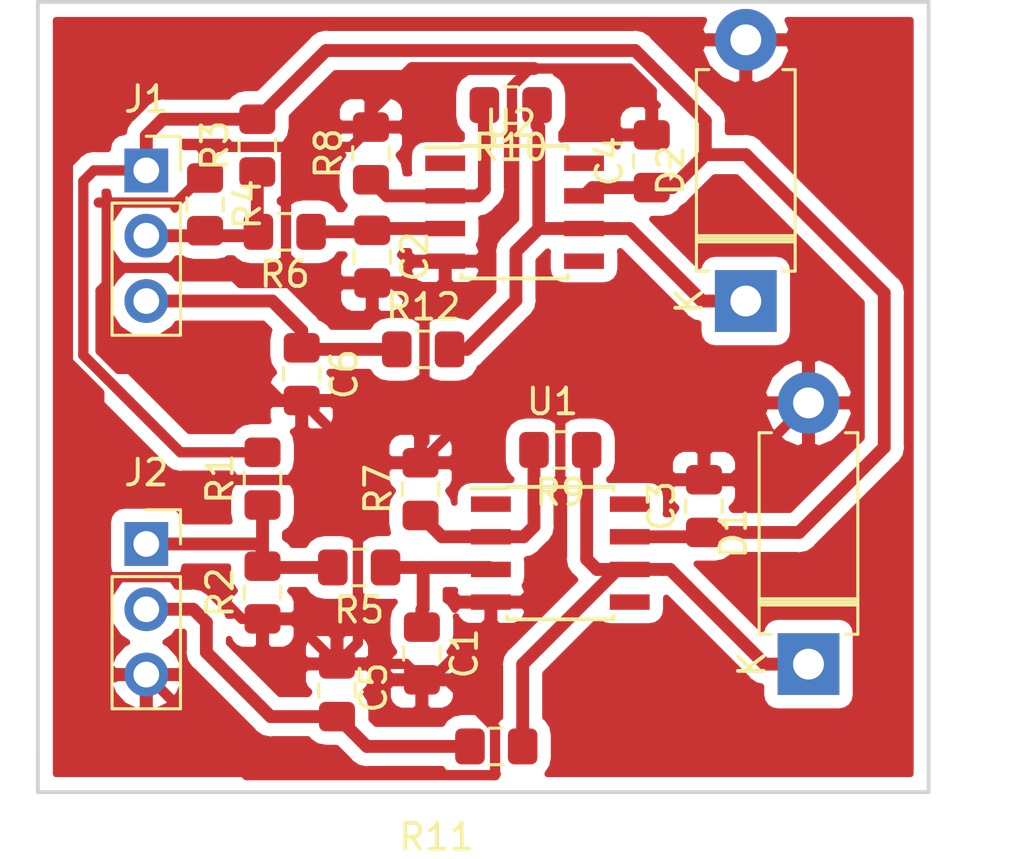
<source format=kicad_pcb>
(kicad_pcb (version 20171130) (host pcbnew "(5.0.2)-1")

  (general
    (thickness 1.6)
    (drawings 9)
    (tracks 177)
    (zones 0)
    (modules 24)
    (nets 13)
  )

  (page A4)
  (layers
    (0 F.Cu signal)
    (31 B.Cu signal)
    (32 B.Adhes user)
    (33 F.Adhes user)
    (34 B.Paste user)
    (35 F.Paste user)
    (36 B.SilkS user)
    (37 F.SilkS user)
    (38 B.Mask user)
    (39 F.Mask user)
    (40 Dwgs.User user)
    (41 Cmts.User user)
    (42 Eco1.User user)
    (43 Eco2.User user)
    (44 Edge.Cuts user)
    (45 Margin user)
    (46 B.CrtYd user)
    (47 F.CrtYd user)
    (48 B.Fab user hide)
    (49 F.Fab user hide)
  )

  (setup
    (last_trace_width 0.5)
    (trace_clearance 0.2)
    (zone_clearance 0.508)
    (zone_45_only no)
    (trace_min 0.2)
    (segment_width 0.2)
    (edge_width 0.15)
    (via_size 0.8)
    (via_drill 0.4)
    (via_min_size 0.4)
    (via_min_drill 0.3)
    (uvia_size 0.3)
    (uvia_drill 0.1)
    (uvias_allowed no)
    (uvia_min_size 0.2)
    (uvia_min_drill 0.1)
    (pcb_text_width 0.3)
    (pcb_text_size 1.5 1.5)
    (mod_edge_width 0.15)
    (mod_text_size 1 1)
    (mod_text_width 0.15)
    (pad_size 1.524 1.524)
    (pad_drill 0.762)
    (pad_to_mask_clearance 0.051)
    (solder_mask_min_width 0.25)
    (aux_axis_origin 125.476 98.4504)
    (visible_elements FFFFFF7F)
    (pcbplotparams
      (layerselection 0x01000_7fffffff)
      (usegerberextensions false)
      (usegerberattributes false)
      (usegerberadvancedattributes false)
      (creategerberjobfile false)
      (excludeedgelayer true)
      (linewidth 0.100000)
      (plotframeref false)
      (viasonmask false)
      (mode 1)
      (useauxorigin true)
      (hpglpennumber 1)
      (hpglpenspeed 20)
      (hpglpendiameter 15.000000)
      (psnegative false)
      (psa4output false)
      (plotreference true)
      (plotvalue true)
      (plotinvisibletext false)
      (padsonsilk false)
      (subtractmaskfromsilk false)
      (outputformat 1)
      (mirror false)
      (drillshape 0)
      (scaleselection 1)
      (outputdirectory ""))
  )

  (net 0 "")
  (net 1 "Net-(C1-Pad1)")
  (net 2 in2)
  (net 3 in1)
  (net 4 "Net-(C2-Pad1)")
  (net 5 ut1)
  (net 6 "Net-(R10-Pad2)")
  (net 7 "Net-(R7-Pad1)")
  (net 8 GND)
  (net 9 VCC)
  (net 10 ut2)
  (net 11 "Net-(D2-Pad1)")
  (net 12 "Net-(D1-Pad1)")

  (net_class Default "This is the default net class."
    (clearance 0.2)
    (trace_width 0.5)
    (via_dia 0.8)
    (via_drill 0.4)
    (uvia_dia 0.3)
    (uvia_drill 0.1)
    (add_net GND)
    (add_net "Net-(C1-Pad1)")
    (add_net "Net-(C2-Pad1)")
    (add_net "Net-(D1-Pad1)")
    (add_net "Net-(D2-Pad1)")
    (add_net "Net-(R10-Pad2)")
    (add_net "Net-(R7-Pad1)")
    (add_net VCC)
    (add_net in1)
    (add_net in2)
    (add_net ut1)
    (add_net ut2)
  )

  (module Connector_PinSocket_2.54mm:PinSocket_1x03_P2.54mm_Vertical (layer F.Cu) (tedit 5A19A429) (tstamp 5C747C1E)
    (at 129.6924 74.2696)
    (descr "Through hole straight socket strip, 1x03, 2.54mm pitch, single row (from Kicad 4.0.7), script generated")
    (tags "Through hole socket strip THT 1x03 2.54mm single row")
    (path /5C67D5F4)
    (fp_text reference J1 (at 0 -2.77) (layer F.SilkS)
      (effects (font (size 1 1) (thickness 0.15)))
    )
    (fp_text value Conn_01x03 (at 0 7.85) (layer F.Fab)
      (effects (font (size 1 1) (thickness 0.15)))
    )
    (fp_line (start -1.27 -1.27) (end 0.635 -1.27) (layer F.Fab) (width 0.1))
    (fp_line (start 0.635 -1.27) (end 1.27 -0.635) (layer F.Fab) (width 0.1))
    (fp_line (start 1.27 -0.635) (end 1.27 6.35) (layer F.Fab) (width 0.1))
    (fp_line (start 1.27 6.35) (end -1.27 6.35) (layer F.Fab) (width 0.1))
    (fp_line (start -1.27 6.35) (end -1.27 -1.27) (layer F.Fab) (width 0.1))
    (fp_line (start -1.33 1.27) (end 1.33 1.27) (layer F.SilkS) (width 0.12))
    (fp_line (start -1.33 1.27) (end -1.33 6.41) (layer F.SilkS) (width 0.12))
    (fp_line (start -1.33 6.41) (end 1.33 6.41) (layer F.SilkS) (width 0.12))
    (fp_line (start 1.33 1.27) (end 1.33 6.41) (layer F.SilkS) (width 0.12))
    (fp_line (start 1.33 -1.33) (end 1.33 0) (layer F.SilkS) (width 0.12))
    (fp_line (start 0 -1.33) (end 1.33 -1.33) (layer F.SilkS) (width 0.12))
    (fp_line (start -1.8 -1.8) (end 1.75 -1.8) (layer F.CrtYd) (width 0.05))
    (fp_line (start 1.75 -1.8) (end 1.75 6.85) (layer F.CrtYd) (width 0.05))
    (fp_line (start 1.75 6.85) (end -1.8 6.85) (layer F.CrtYd) (width 0.05))
    (fp_line (start -1.8 6.85) (end -1.8 -1.8) (layer F.CrtYd) (width 0.05))
    (fp_text user %R (at 0 2.54 90) (layer F.Fab)
      (effects (font (size 1 1) (thickness 0.15)))
    )
    (pad 1 thru_hole rect (at 0 0) (size 1.7 1.7) (drill 1) (layers *.Cu *.Mask)
      (net 9 VCC))
    (pad 2 thru_hole oval (at 0 2.54) (size 1.7 1.7) (drill 1) (layers *.Cu *.Mask)
      (net 3 in1))
    (pad 3 thru_hole oval (at 0 5.08) (size 1.7 1.7) (drill 1) (layers *.Cu *.Mask)
      (net 5 ut1))
    (model ${KISYS3DMOD}/Connector_PinSocket_2.54mm.3dshapes/PinSocket_1x03_P2.54mm_Vertical.wrl
      (at (xyz 0 0 0))
      (scale (xyz 1 1 1))
      (rotate (xyz 0 0 0))
    )
  )

  (module Connector_PinSocket_2.54mm:PinSocket_1x03_P2.54mm_Vertical (layer F.Cu) (tedit 5A19A429) (tstamp 5C747165)
    (at 129.6924 88.7984)
    (descr "Through hole straight socket strip, 1x03, 2.54mm pitch, single row (from Kicad 4.0.7), script generated")
    (tags "Through hole socket strip THT 1x03 2.54mm single row")
    (path /5C67D24E)
    (fp_text reference J2 (at 0 -2.77) (layer F.SilkS)
      (effects (font (size 1 1) (thickness 0.15)))
    )
    (fp_text value Conn_01x03 (at 0 7.85) (layer F.Fab)
      (effects (font (size 1 1) (thickness 0.15)))
    )
    (fp_line (start -1.27 -1.27) (end 0.635 -1.27) (layer F.Fab) (width 0.1))
    (fp_line (start 0.635 -1.27) (end 1.27 -0.635) (layer F.Fab) (width 0.1))
    (fp_line (start 1.27 -0.635) (end 1.27 6.35) (layer F.Fab) (width 0.1))
    (fp_line (start 1.27 6.35) (end -1.27 6.35) (layer F.Fab) (width 0.1))
    (fp_line (start -1.27 6.35) (end -1.27 -1.27) (layer F.Fab) (width 0.1))
    (fp_line (start -1.33 1.27) (end 1.33 1.27) (layer F.SilkS) (width 0.12))
    (fp_line (start -1.33 1.27) (end -1.33 6.41) (layer F.SilkS) (width 0.12))
    (fp_line (start -1.33 6.41) (end 1.33 6.41) (layer F.SilkS) (width 0.12))
    (fp_line (start 1.33 1.27) (end 1.33 6.41) (layer F.SilkS) (width 0.12))
    (fp_line (start 1.33 -1.33) (end 1.33 0) (layer F.SilkS) (width 0.12))
    (fp_line (start 0 -1.33) (end 1.33 -1.33) (layer F.SilkS) (width 0.12))
    (fp_line (start -1.8 -1.8) (end 1.75 -1.8) (layer F.CrtYd) (width 0.05))
    (fp_line (start 1.75 -1.8) (end 1.75 6.85) (layer F.CrtYd) (width 0.05))
    (fp_line (start 1.75 6.85) (end -1.8 6.85) (layer F.CrtYd) (width 0.05))
    (fp_line (start -1.8 6.85) (end -1.8 -1.8) (layer F.CrtYd) (width 0.05))
    (fp_text user %R (at 0 2.54 90) (layer F.Fab)
      (effects (font (size 1 1) (thickness 0.15)))
    )
    (pad 1 thru_hole rect (at 0 0) (size 1.7 1.7) (drill 1) (layers *.Cu *.Mask)
      (net 2 in2))
    (pad 2 thru_hole oval (at 0 2.54) (size 1.7 1.7) (drill 1) (layers *.Cu *.Mask)
      (net 10 ut2))
    (pad 3 thru_hole oval (at 0 5.08) (size 1.7 1.7) (drill 1) (layers *.Cu *.Mask)
      (net 8 GND))
    (model ${KISYS3DMOD}/Connector_PinSocket_2.54mm.3dshapes/PinSocket_1x03_P2.54mm_Vertical.wrl
      (at (xyz 0 0 0))
      (scale (xyz 1 1 1))
      (rotate (xyz 0 0 0))
    )
  )

  (module Capacitor_SMD:C_0805_2012Metric_Pad1.15x1.40mm_HandSolder (layer F.Cu) (tedit 5B36C52B) (tstamp 5C745AF0)
    (at 140.4112 93.0566 270)
    (descr "Capacitor SMD 0805 (2012 Metric), square (rectangular) end terminal, IPC_7351 nominal with elongated pad for handsoldering. (Body size source: https://docs.google.com/spreadsheets/d/1BsfQQcO9C6DZCsRaXUlFlo91Tg2WpOkGARC1WS5S8t0/edit?usp=sharing), generated with kicad-footprint-generator")
    (tags "capacitor handsolder")
    (path /5C67C394)
    (attr smd)
    (fp_text reference C1 (at 0 -1.65 270) (layer F.SilkS)
      (effects (font (size 1 1) (thickness 0.15)))
    )
    (fp_text value 1n (at 0 1.65 270) (layer F.Fab)
      (effects (font (size 1 1) (thickness 0.15)))
    )
    (fp_line (start -1 0.6) (end -1 -0.6) (layer F.Fab) (width 0.1))
    (fp_line (start -1 -0.6) (end 1 -0.6) (layer F.Fab) (width 0.1))
    (fp_line (start 1 -0.6) (end 1 0.6) (layer F.Fab) (width 0.1))
    (fp_line (start 1 0.6) (end -1 0.6) (layer F.Fab) (width 0.1))
    (fp_line (start -0.261252 -0.71) (end 0.261252 -0.71) (layer F.SilkS) (width 0.12))
    (fp_line (start -0.261252 0.71) (end 0.261252 0.71) (layer F.SilkS) (width 0.12))
    (fp_line (start -1.85 0.95) (end -1.85 -0.95) (layer F.CrtYd) (width 0.05))
    (fp_line (start -1.85 -0.95) (end 1.85 -0.95) (layer F.CrtYd) (width 0.05))
    (fp_line (start 1.85 -0.95) (end 1.85 0.95) (layer F.CrtYd) (width 0.05))
    (fp_line (start 1.85 0.95) (end -1.85 0.95) (layer F.CrtYd) (width 0.05))
    (fp_text user %R (at 0 0 270) (layer F.Fab)
      (effects (font (size 0.5 0.5) (thickness 0.08)))
    )
    (pad 1 smd roundrect (at -1.025 0 270) (size 1.15 1.4) (layers F.Cu F.Paste F.Mask) (roundrect_rratio 0.217391)
      (net 1 "Net-(C1-Pad1)"))
    (pad 2 smd roundrect (at 1.025 0 270) (size 1.15 1.4) (layers F.Cu F.Paste F.Mask) (roundrect_rratio 0.217391)
      (net 8 GND))
    (model ${KISYS3DMOD}/Capacitor_SMD.3dshapes/C_0805_2012Metric.wrl
      (at (xyz 0 0 0))
      (scale (xyz 1 1 1))
      (rotate (xyz 0 0 0))
    )
  )

  (module Capacitor_SMD:C_0805_2012Metric_Pad1.15x1.40mm_HandSolder (layer F.Cu) (tedit 5B36C52B) (tstamp 5C745ABF)
    (at 151.384 87.3252 90)
    (descr "Capacitor SMD 0805 (2012 Metric), square (rectangular) end terminal, IPC_7351 nominal with elongated pad for handsoldering. (Body size source: https://docs.google.com/spreadsheets/d/1BsfQQcO9C6DZCsRaXUlFlo91Tg2WpOkGARC1WS5S8t0/edit?usp=sharing), generated with kicad-footprint-generator")
    (tags "capacitor handsolder")
    (path /5C67C359)
    (attr smd)
    (fp_text reference C3 (at 0 -1.65 90) (layer F.SilkS)
      (effects (font (size 1 1) (thickness 0.15)))
    )
    (fp_text value 100n (at 0 1.65 90) (layer F.Fab)
      (effects (font (size 1 1) (thickness 0.15)))
    )
    (fp_text user %R (at 0 0 90) (layer F.Fab)
      (effects (font (size 0.5 0.5) (thickness 0.08)))
    )
    (fp_line (start 1.85 0.95) (end -1.85 0.95) (layer F.CrtYd) (width 0.05))
    (fp_line (start 1.85 -0.95) (end 1.85 0.95) (layer F.CrtYd) (width 0.05))
    (fp_line (start -1.85 -0.95) (end 1.85 -0.95) (layer F.CrtYd) (width 0.05))
    (fp_line (start -1.85 0.95) (end -1.85 -0.95) (layer F.CrtYd) (width 0.05))
    (fp_line (start -0.261252 0.71) (end 0.261252 0.71) (layer F.SilkS) (width 0.12))
    (fp_line (start -0.261252 -0.71) (end 0.261252 -0.71) (layer F.SilkS) (width 0.12))
    (fp_line (start 1 0.6) (end -1 0.6) (layer F.Fab) (width 0.1))
    (fp_line (start 1 -0.6) (end 1 0.6) (layer F.Fab) (width 0.1))
    (fp_line (start -1 -0.6) (end 1 -0.6) (layer F.Fab) (width 0.1))
    (fp_line (start -1 0.6) (end -1 -0.6) (layer F.Fab) (width 0.1))
    (pad 2 smd roundrect (at 1.025 0 90) (size 1.15 1.4) (layers F.Cu F.Paste F.Mask) (roundrect_rratio 0.217391)
      (net 8 GND))
    (pad 1 smd roundrect (at -1.025 0 90) (size 1.15 1.4) (layers F.Cu F.Paste F.Mask) (roundrect_rratio 0.217391)
      (net 9 VCC))
    (model ${KISYS3DMOD}/Capacitor_SMD.3dshapes/C_0805_2012Metric.wrl
      (at (xyz 0 0 0))
      (scale (xyz 1 1 1))
      (rotate (xyz 0 0 0))
    )
  )

  (module Capacitor_SMD:C_0805_2012Metric_Pad1.15x1.40mm_HandSolder (layer F.Cu) (tedit 5B36C52B) (tstamp 5C745A8E)
    (at 137.1092 94.488 90)
    (descr "Capacitor SMD 0805 (2012 Metric), square (rectangular) end terminal, IPC_7351 nominal with elongated pad for handsoldering. (Body size source: https://docs.google.com/spreadsheets/d/1BsfQQcO9C6DZCsRaXUlFlo91Tg2WpOkGARC1WS5S8t0/edit?usp=sharing), generated with kicad-footprint-generator")
    (tags "capacitor handsolder")
    (path /5C67C3CD)
    (attr smd)
    (fp_text reference C5 (at 0.1016 1.4224 90) (layer F.SilkS)
      (effects (font (size 1 1) (thickness 0.15)))
    )
    (fp_text value 1n (at 0 1.65 90) (layer F.Fab)
      (effects (font (size 1 1) (thickness 0.15)))
    )
    (fp_line (start -1 0.6) (end -1 -0.6) (layer F.Fab) (width 0.1))
    (fp_line (start -1 -0.6) (end 1 -0.6) (layer F.Fab) (width 0.1))
    (fp_line (start 1 -0.6) (end 1 0.6) (layer F.Fab) (width 0.1))
    (fp_line (start 1 0.6) (end -1 0.6) (layer F.Fab) (width 0.1))
    (fp_line (start -0.261252 -0.71) (end 0.261252 -0.71) (layer F.SilkS) (width 0.12))
    (fp_line (start -0.261252 0.71) (end 0.261252 0.71) (layer F.SilkS) (width 0.12))
    (fp_line (start -1.85 0.95) (end -1.85 -0.95) (layer F.CrtYd) (width 0.05))
    (fp_line (start -1.85 -0.95) (end 1.85 -0.95) (layer F.CrtYd) (width 0.05))
    (fp_line (start 1.85 -0.95) (end 1.85 0.95) (layer F.CrtYd) (width 0.05))
    (fp_line (start 1.85 0.95) (end -1.85 0.95) (layer F.CrtYd) (width 0.05))
    (fp_text user %R (at 0 0 90) (layer F.Fab)
      (effects (font (size 0.5 0.5) (thickness 0.08)))
    )
    (pad 1 smd roundrect (at -1.025 0 90) (size 1.15 1.4) (layers F.Cu F.Paste F.Mask) (roundrect_rratio 0.217391)
      (net 10 ut2))
    (pad 2 smd roundrect (at 1.025 0 90) (size 1.15 1.4) (layers F.Cu F.Paste F.Mask) (roundrect_rratio 0.217391)
      (net 8 GND))
    (model ${KISYS3DMOD}/Capacitor_SMD.3dshapes/C_0805_2012Metric.wrl
      (at (xyz 0 0 0))
      (scale (xyz 1 1 1))
      (rotate (xyz 0 0 0))
    )
  )

  (module Diode_THT:D_DO-15_P10.16mm_Horizontal (layer F.Cu) (tedit 5AE50CD5) (tstamp 5C745A2B)
    (at 155.448 93.472 90)
    (descr "Diode, DO-15 series, Axial, Horizontal, pin pitch=10.16mm, , length*diameter=7.6*3.6mm^2, , http://www.diodes.com/_files/packages/DO-15.pdf")
    (tags "Diode DO-15 series Axial Horizontal pin pitch 10.16mm  length 7.6mm diameter 3.6mm")
    (path /5C67C35F)
    (fp_text reference D1 (at 5.08 -2.92 90) (layer F.SilkS)
      (effects (font (size 1 1) (thickness 0.15)))
    )
    (fp_text value D_Zener (at 5.08 2.92 90) (layer F.Fab)
      (effects (font (size 1 1) (thickness 0.15)))
    )
    (fp_line (start 1.28 -1.8) (end 1.28 1.8) (layer F.Fab) (width 0.1))
    (fp_line (start 1.28 1.8) (end 8.88 1.8) (layer F.Fab) (width 0.1))
    (fp_line (start 8.88 1.8) (end 8.88 -1.8) (layer F.Fab) (width 0.1))
    (fp_line (start 8.88 -1.8) (end 1.28 -1.8) (layer F.Fab) (width 0.1))
    (fp_line (start 0 0) (end 1.28 0) (layer F.Fab) (width 0.1))
    (fp_line (start 10.16 0) (end 8.88 0) (layer F.Fab) (width 0.1))
    (fp_line (start 2.42 -1.8) (end 2.42 1.8) (layer F.Fab) (width 0.1))
    (fp_line (start 2.52 -1.8) (end 2.52 1.8) (layer F.Fab) (width 0.1))
    (fp_line (start 2.32 -1.8) (end 2.32 1.8) (layer F.Fab) (width 0.1))
    (fp_line (start 1.16 -1.44) (end 1.16 -1.92) (layer F.SilkS) (width 0.12))
    (fp_line (start 1.16 -1.92) (end 9 -1.92) (layer F.SilkS) (width 0.12))
    (fp_line (start 9 -1.92) (end 9 -1.44) (layer F.SilkS) (width 0.12))
    (fp_line (start 1.16 1.44) (end 1.16 1.92) (layer F.SilkS) (width 0.12))
    (fp_line (start 1.16 1.92) (end 9 1.92) (layer F.SilkS) (width 0.12))
    (fp_line (start 9 1.92) (end 9 1.44) (layer F.SilkS) (width 0.12))
    (fp_line (start 2.42 -1.92) (end 2.42 1.92) (layer F.SilkS) (width 0.12))
    (fp_line (start 2.54 -1.92) (end 2.54 1.92) (layer F.SilkS) (width 0.12))
    (fp_line (start 2.3 -1.92) (end 2.3 1.92) (layer F.SilkS) (width 0.12))
    (fp_line (start -1.45 -2.05) (end -1.45 2.05) (layer F.CrtYd) (width 0.05))
    (fp_line (start -1.45 2.05) (end 11.61 2.05) (layer F.CrtYd) (width 0.05))
    (fp_line (start 11.61 2.05) (end 11.61 -2.05) (layer F.CrtYd) (width 0.05))
    (fp_line (start 11.61 -2.05) (end -1.45 -2.05) (layer F.CrtYd) (width 0.05))
    (fp_text user %R (at 5.65 0 90) (layer F.Fab)
      (effects (font (size 1 1) (thickness 0.15)))
    )
    (fp_text user K (at 0 -2.2 90) (layer F.Fab)
      (effects (font (size 1 1) (thickness 0.15)))
    )
    (fp_text user K (at 0 -2.2 90) (layer F.SilkS)
      (effects (font (size 1 1) (thickness 0.15)))
    )
    (pad 1 thru_hole rect (at 0 0 90) (size 2.4 2.4) (drill 1.2) (layers *.Cu *.Mask)
      (net 12 "Net-(D1-Pad1)"))
    (pad 2 thru_hole oval (at 10.16 0 90) (size 2.4 2.4) (drill 1.2) (layers *.Cu *.Mask)
      (net 8 GND))
    (model ${KISYS3DMOD}/Diode_THT.3dshapes/D_DO-15_P10.16mm_Horizontal.wrl
      (at (xyz 0 0 0))
      (scale (xyz 1 1 1))
      (rotate (xyz 0 0 0))
    )
  )

  (module Package_SO:SOIC-8_3.9x4.9mm_P1.27mm (layer F.Cu) (tedit 5A02F2D3) (tstamp 5C7459D0)
    (at 145.796 89.154)
    (descr "8-Lead Plastic Small Outline (SN) - Narrow, 3.90 mm Body [SOIC] (see Microchip Packaging Specification http://ww1.microchip.com/downloads/en/PackagingSpec/00000049BQ.pdf)")
    (tags "SOIC 1.27")
    (path /5C67C365)
    (attr smd)
    (fp_text reference U1 (at -0.3048 -5.8928) (layer F.SilkS)
      (effects (font (size 1 1) (thickness 0.15)))
    )
    (fp_text value AD8628 (at 0 3.5) (layer F.Fab)
      (effects (font (size 1 1) (thickness 0.15)))
    )
    (fp_text user %R (at 0 0) (layer F.Fab)
      (effects (font (size 1 1) (thickness 0.15)))
    )
    (fp_line (start -0.95 -2.45) (end 1.95 -2.45) (layer F.Fab) (width 0.1))
    (fp_line (start 1.95 -2.45) (end 1.95 2.45) (layer F.Fab) (width 0.1))
    (fp_line (start 1.95 2.45) (end -1.95 2.45) (layer F.Fab) (width 0.1))
    (fp_line (start -1.95 2.45) (end -1.95 -1.45) (layer F.Fab) (width 0.1))
    (fp_line (start -1.95 -1.45) (end -0.95 -2.45) (layer F.Fab) (width 0.1))
    (fp_line (start -3.73 -2.7) (end -3.73 2.7) (layer F.CrtYd) (width 0.05))
    (fp_line (start 3.73 -2.7) (end 3.73 2.7) (layer F.CrtYd) (width 0.05))
    (fp_line (start -3.73 -2.7) (end 3.73 -2.7) (layer F.CrtYd) (width 0.05))
    (fp_line (start -3.73 2.7) (end 3.73 2.7) (layer F.CrtYd) (width 0.05))
    (fp_line (start -2.075 -2.575) (end -2.075 -2.525) (layer F.SilkS) (width 0.15))
    (fp_line (start 2.075 -2.575) (end 2.075 -2.43) (layer F.SilkS) (width 0.15))
    (fp_line (start 2.075 2.575) (end 2.075 2.43) (layer F.SilkS) (width 0.15))
    (fp_line (start -2.075 2.575) (end -2.075 2.43) (layer F.SilkS) (width 0.15))
    (fp_line (start -2.075 -2.575) (end 2.075 -2.575) (layer F.SilkS) (width 0.15))
    (fp_line (start -2.075 2.575) (end 2.075 2.575) (layer F.SilkS) (width 0.15))
    (fp_line (start -2.075 -2.525) (end -3.475 -2.525) (layer F.SilkS) (width 0.15))
    (pad 1 smd rect (at -2.7 -1.905) (size 1.55 0.6) (layers F.Cu F.Paste F.Mask))
    (pad 2 smd rect (at -2.7 -0.635) (size 1.55 0.6) (layers F.Cu F.Paste F.Mask)
      (net 7 "Net-(R7-Pad1)"))
    (pad 3 smd rect (at -2.7 0.635) (size 1.55 0.6) (layers F.Cu F.Paste F.Mask)
      (net 1 "Net-(C1-Pad1)"))
    (pad 4 smd rect (at -2.7 1.905) (size 1.55 0.6) (layers F.Cu F.Paste F.Mask)
      (net 8 GND))
    (pad 5 smd rect (at 2.7 1.905) (size 1.55 0.6) (layers F.Cu F.Paste F.Mask))
    (pad 6 smd rect (at 2.7 0.635) (size 1.55 0.6) (layers F.Cu F.Paste F.Mask)
      (net 12 "Net-(D1-Pad1)"))
    (pad 7 smd rect (at 2.7 -0.635) (size 1.55 0.6) (layers F.Cu F.Paste F.Mask)
      (net 9 VCC))
    (pad 8 smd rect (at 2.7 -1.905) (size 1.55 0.6) (layers F.Cu F.Paste F.Mask))
    (model ${KISYS3DMOD}/Package_SO.3dshapes/SOIC-8_3.9x4.9mm_P1.27mm.wrl
      (at (xyz 0 0 0))
      (scale (xyz 1 1 1))
      (rotate (xyz 0 0 0))
    )
  )

  (module Resistor_SMD:R_0805_2012Metric_Pad1.15x1.40mm_HandSolder (layer F.Cu) (tedit 5B36C52B) (tstamp 5C74597B)
    (at 140.3604 86.6648 90)
    (descr "Resistor SMD 0805 (2012 Metric), square (rectangular) end terminal, IPC_7351 nominal with elongated pad for handsoldering. (Body size source: https://docs.google.com/spreadsheets/d/1BsfQQcO9C6DZCsRaXUlFlo91Tg2WpOkGARC1WS5S8t0/edit?usp=sharing), generated with kicad-footprint-generator")
    (tags "resistor handsolder")
    (path /5C67C353)
    (attr smd)
    (fp_text reference R7 (at 0 -1.65 90) (layer F.SilkS)
      (effects (font (size 1 1) (thickness 0.15)))
    )
    (fp_text value 270R (at 0 1.65 90) (layer F.Fab)
      (effects (font (size 1 1) (thickness 0.15)))
    )
    (fp_text user %R (at 0 0 90) (layer F.Fab)
      (effects (font (size 0.5 0.5) (thickness 0.08)))
    )
    (fp_line (start 1.85 0.95) (end -1.85 0.95) (layer F.CrtYd) (width 0.05))
    (fp_line (start 1.85 -0.95) (end 1.85 0.95) (layer F.CrtYd) (width 0.05))
    (fp_line (start -1.85 -0.95) (end 1.85 -0.95) (layer F.CrtYd) (width 0.05))
    (fp_line (start -1.85 0.95) (end -1.85 -0.95) (layer F.CrtYd) (width 0.05))
    (fp_line (start -0.261252 0.71) (end 0.261252 0.71) (layer F.SilkS) (width 0.12))
    (fp_line (start -0.261252 -0.71) (end 0.261252 -0.71) (layer F.SilkS) (width 0.12))
    (fp_line (start 1 0.6) (end -1 0.6) (layer F.Fab) (width 0.1))
    (fp_line (start 1 -0.6) (end 1 0.6) (layer F.Fab) (width 0.1))
    (fp_line (start -1 -0.6) (end 1 -0.6) (layer F.Fab) (width 0.1))
    (fp_line (start -1 0.6) (end -1 -0.6) (layer F.Fab) (width 0.1))
    (pad 2 smd roundrect (at 1.025 0 90) (size 1.15 1.4) (layers F.Cu F.Paste F.Mask) (roundrect_rratio 0.217391)
      (net 8 GND))
    (pad 1 smd roundrect (at -1.025 0 90) (size 1.15 1.4) (layers F.Cu F.Paste F.Mask) (roundrect_rratio 0.217391)
      (net 7 "Net-(R7-Pad1)"))
    (model ${KISYS3DMOD}/Resistor_SMD.3dshapes/R_0805_2012Metric.wrl
      (at (xyz 0 0 0))
      (scale (xyz 1 1 1))
      (rotate (xyz 0 0 0))
    )
  )

  (module Resistor_SMD:R_0805_2012Metric_Pad1.15x1.40mm_HandSolder (layer F.Cu) (tedit 5B36C52B) (tstamp 5C74596A)
    (at 143.3068 96.6724)
    (descr "Resistor SMD 0805 (2012 Metric), square (rectangular) end terminal, IPC_7351 nominal with elongated pad for handsoldering. (Body size source: https://docs.google.com/spreadsheets/d/1BsfQQcO9C6DZCsRaXUlFlo91Tg2WpOkGARC1WS5S8t0/edit?usp=sharing), generated with kicad-footprint-generator")
    (tags "resistor handsolder")
    (path /5C67C3C7)
    (attr smd)
    (fp_text reference R11 (at -2.323801 3.522599) (layer F.SilkS)
      (effects (font (size 1 1) (thickness 0.15)))
    )
    (fp_text value 5k6 (at 0 1.65) (layer F.Fab)
      (effects (font (size 1 1) (thickness 0.15)))
    )
    (fp_line (start -1 0.6) (end -1 -0.6) (layer F.Fab) (width 0.1))
    (fp_line (start -1 -0.6) (end 1 -0.6) (layer F.Fab) (width 0.1))
    (fp_line (start 1 -0.6) (end 1 0.6) (layer F.Fab) (width 0.1))
    (fp_line (start 1 0.6) (end -1 0.6) (layer F.Fab) (width 0.1))
    (fp_line (start -0.261252 -0.71) (end 0.261252 -0.71) (layer F.SilkS) (width 0.12))
    (fp_line (start -0.261252 0.71) (end 0.261252 0.71) (layer F.SilkS) (width 0.12))
    (fp_line (start -1.85 0.95) (end -1.85 -0.95) (layer F.CrtYd) (width 0.05))
    (fp_line (start -1.85 -0.95) (end 1.85 -0.95) (layer F.CrtYd) (width 0.05))
    (fp_line (start 1.85 -0.95) (end 1.85 0.95) (layer F.CrtYd) (width 0.05))
    (fp_line (start 1.85 0.95) (end -1.85 0.95) (layer F.CrtYd) (width 0.05))
    (fp_text user %R (at 0 0) (layer F.Fab)
      (effects (font (size 0.5 0.5) (thickness 0.08)))
    )
    (pad 1 smd roundrect (at -1.025 0) (size 1.15 1.4) (layers F.Cu F.Paste F.Mask) (roundrect_rratio 0.217391)
      (net 10 ut2))
    (pad 2 smd roundrect (at 1.025 0) (size 1.15 1.4) (layers F.Cu F.Paste F.Mask) (roundrect_rratio 0.217391)
      (net 12 "Net-(D1-Pad1)"))
    (model ${KISYS3DMOD}/Resistor_SMD.3dshapes/R_0805_2012Metric.wrl
      (at (xyz 0 0 0))
      (scale (xyz 1 1 1))
      (rotate (xyz 0 0 0))
    )
  )

  (module Resistor_SMD:R_0805_2012Metric_Pad1.15x1.40mm_HandSolder (layer F.Cu) (tedit 5B36C52B) (tstamp 5C745919)
    (at 134.2136 90.687 90)
    (descr "Resistor SMD 0805 (2012 Metric), square (rectangular) end terminal, IPC_7351 nominal with elongated pad for handsoldering. (Body size source: https://docs.google.com/spreadsheets/d/1BsfQQcO9C6DZCsRaXUlFlo91Tg2WpOkGARC1WS5S8t0/edit?usp=sharing), generated with kicad-footprint-generator")
    (tags "resistor handsolder")
    (path /5C67C3A6)
    (attr smd)
    (fp_text reference R2 (at 0 -1.65 90) (layer F.SilkS)
      (effects (font (size 1 1) (thickness 0.15)))
    )
    (fp_text value 1K (at 0 1.65 90) (layer F.Fab)
      (effects (font (size 1 1) (thickness 0.15)))
    )
    (fp_text user %R (at 0 0 90) (layer F.Fab)
      (effects (font (size 0.5 0.5) (thickness 0.08)))
    )
    (fp_line (start 1.85 0.95) (end -1.85 0.95) (layer F.CrtYd) (width 0.05))
    (fp_line (start 1.85 -0.95) (end 1.85 0.95) (layer F.CrtYd) (width 0.05))
    (fp_line (start -1.85 -0.95) (end 1.85 -0.95) (layer F.CrtYd) (width 0.05))
    (fp_line (start -1.85 0.95) (end -1.85 -0.95) (layer F.CrtYd) (width 0.05))
    (fp_line (start -0.261252 0.71) (end 0.261252 0.71) (layer F.SilkS) (width 0.12))
    (fp_line (start -0.261252 -0.71) (end 0.261252 -0.71) (layer F.SilkS) (width 0.12))
    (fp_line (start 1 0.6) (end -1 0.6) (layer F.Fab) (width 0.1))
    (fp_line (start 1 -0.6) (end 1 0.6) (layer F.Fab) (width 0.1))
    (fp_line (start -1 -0.6) (end 1 -0.6) (layer F.Fab) (width 0.1))
    (fp_line (start -1 0.6) (end -1 -0.6) (layer F.Fab) (width 0.1))
    (pad 2 smd roundrect (at 1.025 0 90) (size 1.15 1.4) (layers F.Cu F.Paste F.Mask) (roundrect_rratio 0.217391)
      (net 2 in2))
    (pad 1 smd roundrect (at -1.025 0 90) (size 1.15 1.4) (layers F.Cu F.Paste F.Mask) (roundrect_rratio 0.217391)
      (net 8 GND))
    (model ${KISYS3DMOD}/Resistor_SMD.3dshapes/R_0805_2012Metric.wrl
      (at (xyz 0 0 0))
      (scale (xyz 1 1 1))
      (rotate (xyz 0 0 0))
    )
  )

  (module Resistor_SMD:R_0805_2012Metric_Pad1.15x1.40mm_HandSolder (layer F.Cu) (tedit 5B36C52B) (tstamp 5C745908)
    (at 134.2136 86.2584 90)
    (descr "Resistor SMD 0805 (2012 Metric), square (rectangular) end terminal, IPC_7351 nominal with elongated pad for handsoldering. (Body size source: https://docs.google.com/spreadsheets/d/1BsfQQcO9C6DZCsRaXUlFlo91Tg2WpOkGARC1WS5S8t0/edit?usp=sharing), generated with kicad-footprint-generator")
    (tags "resistor handsolder")
    (path /5C67C3A0)
    (attr smd)
    (fp_text reference R1 (at 0 -1.65 90) (layer F.SilkS)
      (effects (font (size 1 1) (thickness 0.15)))
    )
    (fp_text value 100K (at 0 1.65 90) (layer F.Fab)
      (effects (font (size 1 1) (thickness 0.15)))
    )
    (fp_line (start -1 0.6) (end -1 -0.6) (layer F.Fab) (width 0.1))
    (fp_line (start -1 -0.6) (end 1 -0.6) (layer F.Fab) (width 0.1))
    (fp_line (start 1 -0.6) (end 1 0.6) (layer F.Fab) (width 0.1))
    (fp_line (start 1 0.6) (end -1 0.6) (layer F.Fab) (width 0.1))
    (fp_line (start -0.261252 -0.71) (end 0.261252 -0.71) (layer F.SilkS) (width 0.12))
    (fp_line (start -0.261252 0.71) (end 0.261252 0.71) (layer F.SilkS) (width 0.12))
    (fp_line (start -1.85 0.95) (end -1.85 -0.95) (layer F.CrtYd) (width 0.05))
    (fp_line (start -1.85 -0.95) (end 1.85 -0.95) (layer F.CrtYd) (width 0.05))
    (fp_line (start 1.85 -0.95) (end 1.85 0.95) (layer F.CrtYd) (width 0.05))
    (fp_line (start 1.85 0.95) (end -1.85 0.95) (layer F.CrtYd) (width 0.05))
    (fp_text user %R (at 0 0 90) (layer F.Fab)
      (effects (font (size 0.5 0.5) (thickness 0.08)))
    )
    (pad 1 smd roundrect (at -1.025 0 90) (size 1.15 1.4) (layers F.Cu F.Paste F.Mask) (roundrect_rratio 0.217391)
      (net 2 in2))
    (pad 2 smd roundrect (at 1.025 0 90) (size 1.15 1.4) (layers F.Cu F.Paste F.Mask) (roundrect_rratio 0.217391)
      (net 9 VCC))
    (model ${KISYS3DMOD}/Resistor_SMD.3dshapes/R_0805_2012Metric.wrl
      (at (xyz 0 0 0))
      (scale (xyz 1 1 1))
      (rotate (xyz 0 0 0))
    )
  )

  (module Resistor_SMD:R_0805_2012Metric_Pad1.15x1.40mm_HandSolder (layer F.Cu) (tedit 5B36C52B) (tstamp 5C7458D7)
    (at 145.796 85.1408 180)
    (descr "Resistor SMD 0805 (2012 Metric), square (rectangular) end terminal, IPC_7351 nominal with elongated pad for handsoldering. (Body size source: https://docs.google.com/spreadsheets/d/1BsfQQcO9C6DZCsRaXUlFlo91Tg2WpOkGARC1WS5S8t0/edit?usp=sharing), generated with kicad-footprint-generator")
    (tags "resistor handsolder")
    (path /5C67C383)
    (attr smd)
    (fp_text reference R9 (at 0 -1.65 180) (layer F.SilkS)
      (effects (font (size 1 1) (thickness 0.15)))
    )
    (fp_text value 100K (at 0 1.65 180) (layer F.Fab)
      (effects (font (size 1 1) (thickness 0.15)))
    )
    (fp_text user %R (at 0 0 180) (layer F.Fab)
      (effects (font (size 0.5 0.5) (thickness 0.08)))
    )
    (fp_line (start 1.85 0.95) (end -1.85 0.95) (layer F.CrtYd) (width 0.05))
    (fp_line (start 1.85 -0.95) (end 1.85 0.95) (layer F.CrtYd) (width 0.05))
    (fp_line (start -1.85 -0.95) (end 1.85 -0.95) (layer F.CrtYd) (width 0.05))
    (fp_line (start -1.85 0.95) (end -1.85 -0.95) (layer F.CrtYd) (width 0.05))
    (fp_line (start -0.261252 0.71) (end 0.261252 0.71) (layer F.SilkS) (width 0.12))
    (fp_line (start -0.261252 -0.71) (end 0.261252 -0.71) (layer F.SilkS) (width 0.12))
    (fp_line (start 1 0.6) (end -1 0.6) (layer F.Fab) (width 0.1))
    (fp_line (start 1 -0.6) (end 1 0.6) (layer F.Fab) (width 0.1))
    (fp_line (start -1 -0.6) (end 1 -0.6) (layer F.Fab) (width 0.1))
    (fp_line (start -1 0.6) (end -1 -0.6) (layer F.Fab) (width 0.1))
    (pad 2 smd roundrect (at 1.025 0 180) (size 1.15 1.4) (layers F.Cu F.Paste F.Mask) (roundrect_rratio 0.217391)
      (net 7 "Net-(R7-Pad1)"))
    (pad 1 smd roundrect (at -1.025 0 180) (size 1.15 1.4) (layers F.Cu F.Paste F.Mask) (roundrect_rratio 0.217391)
      (net 12 "Net-(D1-Pad1)"))
    (model ${KISYS3DMOD}/Resistor_SMD.3dshapes/R_0805_2012Metric.wrl
      (at (xyz 0 0 0))
      (scale (xyz 1 1 1))
      (rotate (xyz 0 0 0))
    )
  )

  (module Resistor_SMD:R_0805_2012Metric_Pad1.15x1.40mm_HandSolder (layer F.Cu) (tedit 5B36C52B) (tstamp 5C745866)
    (at 137.9728 89.7128 180)
    (descr "Resistor SMD 0805 (2012 Metric), square (rectangular) end terminal, IPC_7351 nominal with elongated pad for handsoldering. (Body size source: https://docs.google.com/spreadsheets/d/1BsfQQcO9C6DZCsRaXUlFlo91Tg2WpOkGARC1WS5S8t0/edit?usp=sharing), generated with kicad-footprint-generator")
    (tags "resistor handsolder")
    (path /5C67C39A)
    (attr smd)
    (fp_text reference R5 (at 0 -1.65 180) (layer F.SilkS)
      (effects (font (size 1 1) (thickness 0.15)))
    )
    (fp_text value 5k6 (at 0 1.65 180) (layer F.Fab)
      (effects (font (size 1 1) (thickness 0.15)))
    )
    (fp_line (start -1 0.6) (end -1 -0.6) (layer F.Fab) (width 0.1))
    (fp_line (start -1 -0.6) (end 1 -0.6) (layer F.Fab) (width 0.1))
    (fp_line (start 1 -0.6) (end 1 0.6) (layer F.Fab) (width 0.1))
    (fp_line (start 1 0.6) (end -1 0.6) (layer F.Fab) (width 0.1))
    (fp_line (start -0.261252 -0.71) (end 0.261252 -0.71) (layer F.SilkS) (width 0.12))
    (fp_line (start -0.261252 0.71) (end 0.261252 0.71) (layer F.SilkS) (width 0.12))
    (fp_line (start -1.85 0.95) (end -1.85 -0.95) (layer F.CrtYd) (width 0.05))
    (fp_line (start -1.85 -0.95) (end 1.85 -0.95) (layer F.CrtYd) (width 0.05))
    (fp_line (start 1.85 -0.95) (end 1.85 0.95) (layer F.CrtYd) (width 0.05))
    (fp_line (start 1.85 0.95) (end -1.85 0.95) (layer F.CrtYd) (width 0.05))
    (fp_text user %R (at 0 0 180) (layer F.Fab)
      (effects (font (size 0.5 0.5) (thickness 0.08)))
    )
    (pad 1 smd roundrect (at -1.025 0 180) (size 1.15 1.4) (layers F.Cu F.Paste F.Mask) (roundrect_rratio 0.217391)
      (net 1 "Net-(C1-Pad1)"))
    (pad 2 smd roundrect (at 1.025 0 180) (size 1.15 1.4) (layers F.Cu F.Paste F.Mask) (roundrect_rratio 0.217391)
      (net 2 in2))
    (model ${KISYS3DMOD}/Resistor_SMD.3dshapes/R_0805_2012Metric.wrl
      (at (xyz 0 0 0))
      (scale (xyz 1 1 1))
      (rotate (xyz 0 0 0))
    )
  )

  (module Capacitor_SMD:C_0805_2012Metric_Pad1.15x1.40mm_HandSolder (layer F.Cu) (tedit 5B36C52B) (tstamp 5C742650)
    (at 138.4808 77.6224 270)
    (descr "Capacitor SMD 0805 (2012 Metric), square (rectangular) end terminal, IPC_7351 nominal with elongated pad for handsoldering. (Body size source: https://docs.google.com/spreadsheets/d/1BsfQQcO9C6DZCsRaXUlFlo91Tg2WpOkGARC1WS5S8t0/edit?usp=sharing), generated with kicad-footprint-generator")
    (tags "capacitor handsolder")
    (path /5C6713C2)
    (attr smd)
    (fp_text reference C2 (at 0 -1.65 270) (layer F.SilkS)
      (effects (font (size 1 1) (thickness 0.15)))
    )
    (fp_text value 1n (at 0 1.65 270) (layer F.Fab)
      (effects (font (size 1 1) (thickness 0.15)))
    )
    (fp_line (start -1 0.6) (end -1 -0.6) (layer F.Fab) (width 0.1))
    (fp_line (start -1 -0.6) (end 1 -0.6) (layer F.Fab) (width 0.1))
    (fp_line (start 1 -0.6) (end 1 0.6) (layer F.Fab) (width 0.1))
    (fp_line (start 1 0.6) (end -1 0.6) (layer F.Fab) (width 0.1))
    (fp_line (start -0.261252 -0.71) (end 0.261252 -0.71) (layer F.SilkS) (width 0.12))
    (fp_line (start -0.261252 0.71) (end 0.261252 0.71) (layer F.SilkS) (width 0.12))
    (fp_line (start -1.85 0.95) (end -1.85 -0.95) (layer F.CrtYd) (width 0.05))
    (fp_line (start -1.85 -0.95) (end 1.85 -0.95) (layer F.CrtYd) (width 0.05))
    (fp_line (start 1.85 -0.95) (end 1.85 0.95) (layer F.CrtYd) (width 0.05))
    (fp_line (start 1.85 0.95) (end -1.85 0.95) (layer F.CrtYd) (width 0.05))
    (fp_text user %R (at 0 0 270) (layer F.Fab)
      (effects (font (size 0.5 0.5) (thickness 0.08)))
    )
    (pad 1 smd roundrect (at -1.025 0 270) (size 1.15 1.4) (layers F.Cu F.Paste F.Mask) (roundrect_rratio 0.217391)
      (net 4 "Net-(C2-Pad1)"))
    (pad 2 smd roundrect (at 1.025 0 270) (size 1.15 1.4) (layers F.Cu F.Paste F.Mask) (roundrect_rratio 0.217391)
      (net 8 GND))
    (model ${KISYS3DMOD}/Capacitor_SMD.3dshapes/C_0805_2012Metric.wrl
      (at (xyz 0 0 0))
      (scale (xyz 1 1 1))
      (rotate (xyz 0 0 0))
    )
  )

  (module Capacitor_SMD:C_0805_2012Metric_Pad1.15x1.40mm_HandSolder (layer F.Cu) (tedit 5B36C52B) (tstamp 5C74262E)
    (at 149.352 73.914 90)
    (descr "Capacitor SMD 0805 (2012 Metric), square (rectangular) end terminal, IPC_7351 nominal with elongated pad for handsoldering. (Body size source: https://docs.google.com/spreadsheets/d/1BsfQQcO9C6DZCsRaXUlFlo91Tg2WpOkGARC1WS5S8t0/edit?usp=sharing), generated with kicad-footprint-generator")
    (tags "capacitor handsolder")
    (path /5C670E58)
    (attr smd)
    (fp_text reference C4 (at 0 -1.65 90) (layer F.SilkS)
      (effects (font (size 1 1) (thickness 0.15)))
    )
    (fp_text value 100n (at 0 1.65 90) (layer F.Fab)
      (effects (font (size 1 1) (thickness 0.15)))
    )
    (fp_line (start -1 0.6) (end -1 -0.6) (layer F.Fab) (width 0.1))
    (fp_line (start -1 -0.6) (end 1 -0.6) (layer F.Fab) (width 0.1))
    (fp_line (start 1 -0.6) (end 1 0.6) (layer F.Fab) (width 0.1))
    (fp_line (start 1 0.6) (end -1 0.6) (layer F.Fab) (width 0.1))
    (fp_line (start -0.261252 -0.71) (end 0.261252 -0.71) (layer F.SilkS) (width 0.12))
    (fp_line (start -0.261252 0.71) (end 0.261252 0.71) (layer F.SilkS) (width 0.12))
    (fp_line (start -1.85 0.95) (end -1.85 -0.95) (layer F.CrtYd) (width 0.05))
    (fp_line (start -1.85 -0.95) (end 1.85 -0.95) (layer F.CrtYd) (width 0.05))
    (fp_line (start 1.85 -0.95) (end 1.85 0.95) (layer F.CrtYd) (width 0.05))
    (fp_line (start 1.85 0.95) (end -1.85 0.95) (layer F.CrtYd) (width 0.05))
    (fp_text user %R (at 0 0 90) (layer F.Fab)
      (effects (font (size 0.5 0.5) (thickness 0.08)))
    )
    (pad 1 smd roundrect (at -1.025 0 90) (size 1.15 1.4) (layers F.Cu F.Paste F.Mask) (roundrect_rratio 0.217391)
      (net 9 VCC))
    (pad 2 smd roundrect (at 1.025 0 90) (size 1.15 1.4) (layers F.Cu F.Paste F.Mask) (roundrect_rratio 0.217391)
      (net 8 GND))
    (model ${KISYS3DMOD}/Capacitor_SMD.3dshapes/C_0805_2012Metric.wrl
      (at (xyz 0 0 0))
      (scale (xyz 1 1 1))
      (rotate (xyz 0 0 0))
    )
  )

  (module Capacitor_SMD:C_0805_2012Metric_Pad1.15x1.40mm_HandSolder (layer F.Cu) (tedit 5B36C52B) (tstamp 5C74260C)
    (at 135.7376 82.1944 270)
    (descr "Capacitor SMD 0805 (2012 Metric), square (rectangular) end terminal, IPC_7351 nominal with elongated pad for handsoldering. (Body size source: https://docs.google.com/spreadsheets/d/1BsfQQcO9C6DZCsRaXUlFlo91Tg2WpOkGARC1WS5S8t0/edit?usp=sharing), generated with kicad-footprint-generator")
    (tags "capacitor handsolder")
    (path /5C67256F)
    (attr smd)
    (fp_text reference C6 (at 0 -1.65 270) (layer F.SilkS)
      (effects (font (size 1 1) (thickness 0.15)))
    )
    (fp_text value 1n (at 0 1.65 270) (layer F.Fab)
      (effects (font (size 1 1) (thickness 0.15)))
    )
    (fp_line (start -1 0.6) (end -1 -0.6) (layer F.Fab) (width 0.1))
    (fp_line (start -1 -0.6) (end 1 -0.6) (layer F.Fab) (width 0.1))
    (fp_line (start 1 -0.6) (end 1 0.6) (layer F.Fab) (width 0.1))
    (fp_line (start 1 0.6) (end -1 0.6) (layer F.Fab) (width 0.1))
    (fp_line (start -0.261252 -0.71) (end 0.261252 -0.71) (layer F.SilkS) (width 0.12))
    (fp_line (start -0.261252 0.71) (end 0.261252 0.71) (layer F.SilkS) (width 0.12))
    (fp_line (start -1.85 0.95) (end -1.85 -0.95) (layer F.CrtYd) (width 0.05))
    (fp_line (start -1.85 -0.95) (end 1.85 -0.95) (layer F.CrtYd) (width 0.05))
    (fp_line (start 1.85 -0.95) (end 1.85 0.95) (layer F.CrtYd) (width 0.05))
    (fp_line (start 1.85 0.95) (end -1.85 0.95) (layer F.CrtYd) (width 0.05))
    (fp_text user %R (at 0 0 270) (layer F.Fab)
      (effects (font (size 0.5 0.5) (thickness 0.08)))
    )
    (pad 1 smd roundrect (at -1.025 0 270) (size 1.15 1.4) (layers F.Cu F.Paste F.Mask) (roundrect_rratio 0.217391)
      (net 5 ut1))
    (pad 2 smd roundrect (at 1.025 0 270) (size 1.15 1.4) (layers F.Cu F.Paste F.Mask) (roundrect_rratio 0.217391)
      (net 8 GND))
    (model ${KISYS3DMOD}/Capacitor_SMD.3dshapes/C_0805_2012Metric.wrl
      (at (xyz 0 0 0))
      (scale (xyz 1 1 1))
      (rotate (xyz 0 0 0))
    )
  )

  (module Diode_THT:D_DO-15_P10.16mm_Horizontal (layer F.Cu) (tedit 5AE50CD5) (tstamp 5C7425C2)
    (at 153.0096 79.3496 90)
    (descr "Diode, DO-15 series, Axial, Horizontal, pin pitch=10.16mm, , length*diameter=7.6*3.6mm^2, , http://www.diodes.com/_files/packages/DO-15.pdf")
    (tags "Diode DO-15 series Axial Horizontal pin pitch 10.16mm  length 7.6mm diameter 3.6mm")
    (path /5C670EEA)
    (fp_text reference D2 (at 5.08 -2.92 90) (layer F.SilkS)
      (effects (font (size 1 1) (thickness 0.15)))
    )
    (fp_text value D_Zener (at 5.08 2.92 90) (layer F.Fab)
      (effects (font (size 1 1) (thickness 0.15)))
    )
    (fp_line (start 1.28 -1.8) (end 1.28 1.8) (layer F.Fab) (width 0.1))
    (fp_line (start 1.28 1.8) (end 8.88 1.8) (layer F.Fab) (width 0.1))
    (fp_line (start 8.88 1.8) (end 8.88 -1.8) (layer F.Fab) (width 0.1))
    (fp_line (start 8.88 -1.8) (end 1.28 -1.8) (layer F.Fab) (width 0.1))
    (fp_line (start 0 0) (end 1.28 0) (layer F.Fab) (width 0.1))
    (fp_line (start 10.16 0) (end 8.88 0) (layer F.Fab) (width 0.1))
    (fp_line (start 2.42 -1.8) (end 2.42 1.8) (layer F.Fab) (width 0.1))
    (fp_line (start 2.52 -1.8) (end 2.52 1.8) (layer F.Fab) (width 0.1))
    (fp_line (start 2.32 -1.8) (end 2.32 1.8) (layer F.Fab) (width 0.1))
    (fp_line (start 1.16 -1.44) (end 1.16 -1.92) (layer F.SilkS) (width 0.12))
    (fp_line (start 1.16 -1.92) (end 9 -1.92) (layer F.SilkS) (width 0.12))
    (fp_line (start 9 -1.92) (end 9 -1.44) (layer F.SilkS) (width 0.12))
    (fp_line (start 1.16 1.44) (end 1.16 1.92) (layer F.SilkS) (width 0.12))
    (fp_line (start 1.16 1.92) (end 9 1.92) (layer F.SilkS) (width 0.12))
    (fp_line (start 9 1.92) (end 9 1.44) (layer F.SilkS) (width 0.12))
    (fp_line (start 2.42 -1.92) (end 2.42 1.92) (layer F.SilkS) (width 0.12))
    (fp_line (start 2.54 -1.92) (end 2.54 1.92) (layer F.SilkS) (width 0.12))
    (fp_line (start 2.3 -1.92) (end 2.3 1.92) (layer F.SilkS) (width 0.12))
    (fp_line (start -1.45 -2.05) (end -1.45 2.05) (layer F.CrtYd) (width 0.05))
    (fp_line (start -1.45 2.05) (end 11.61 2.05) (layer F.CrtYd) (width 0.05))
    (fp_line (start 11.61 2.05) (end 11.61 -2.05) (layer F.CrtYd) (width 0.05))
    (fp_line (start 11.61 -2.05) (end -1.45 -2.05) (layer F.CrtYd) (width 0.05))
    (fp_text user %R (at 5.65 0 90) (layer F.Fab)
      (effects (font (size 1 1) (thickness 0.15)))
    )
    (fp_text user K (at 0 -2.2 90) (layer F.Fab)
      (effects (font (size 1 1) (thickness 0.15)))
    )
    (fp_text user K (at 0 -2.2 90) (layer F.SilkS)
      (effects (font (size 1 1) (thickness 0.15)))
    )
    (pad 1 thru_hole rect (at 0 0 90) (size 2.4 2.4) (drill 1.2) (layers *.Cu *.Mask)
      (net 11 "Net-(D2-Pad1)"))
    (pad 2 thru_hole oval (at 10.16 0 90) (size 2.4 2.4) (drill 1.2) (layers *.Cu *.Mask)
      (net 8 GND))
    (model ${KISYS3DMOD}/Diode_THT.3dshapes/D_DO-15_P10.16mm_Horizontal.wrl
      (at (xyz 0 0 0))
      (scale (xyz 1 1 1))
      (rotate (xyz 0 0 0))
    )
  )

  (module Package_SO:SOIC-8_3.9x4.9mm_P1.27mm (layer F.Cu) (tedit 5A02F2D3) (tstamp 5C742586)
    (at 144.018 75.8952)
    (descr "8-Lead Plastic Small Outline (SN) - Narrow, 3.90 mm Body [SOIC] (see Microchip Packaging Specification http://ww1.microchip.com/downloads/en/PackagingSpec/00000049BQ.pdf)")
    (tags "SOIC 1.27")
    (path /5C670FA8)
    (attr smd)
    (fp_text reference U2 (at -0.1524 -3.4544) (layer F.SilkS)
      (effects (font (size 1 1) (thickness 0.15)))
    )
    (fp_text value AD8628 (at 0 3.5) (layer F.Fab)
      (effects (font (size 1 1) (thickness 0.15)))
    )
    (fp_text user %R (at 0 0) (layer F.Fab)
      (effects (font (size 1 1) (thickness 0.15)))
    )
    (fp_line (start -0.95 -2.45) (end 1.95 -2.45) (layer F.Fab) (width 0.1))
    (fp_line (start 1.95 -2.45) (end 1.95 2.45) (layer F.Fab) (width 0.1))
    (fp_line (start 1.95 2.45) (end -1.95 2.45) (layer F.Fab) (width 0.1))
    (fp_line (start -1.95 2.45) (end -1.95 -1.45) (layer F.Fab) (width 0.1))
    (fp_line (start -1.95 -1.45) (end -0.95 -2.45) (layer F.Fab) (width 0.1))
    (fp_line (start -3.73 -2.7) (end -3.73 2.7) (layer F.CrtYd) (width 0.05))
    (fp_line (start 3.73 -2.7) (end 3.73 2.7) (layer F.CrtYd) (width 0.05))
    (fp_line (start -3.73 -2.7) (end 3.73 -2.7) (layer F.CrtYd) (width 0.05))
    (fp_line (start -3.73 2.7) (end 3.73 2.7) (layer F.CrtYd) (width 0.05))
    (fp_line (start -2.075 -2.575) (end -2.075 -2.525) (layer F.SilkS) (width 0.15))
    (fp_line (start 2.075 -2.575) (end 2.075 -2.43) (layer F.SilkS) (width 0.15))
    (fp_line (start 2.075 2.575) (end 2.075 2.43) (layer F.SilkS) (width 0.15))
    (fp_line (start -2.075 2.575) (end -2.075 2.43) (layer F.SilkS) (width 0.15))
    (fp_line (start -2.075 -2.575) (end 2.075 -2.575) (layer F.SilkS) (width 0.15))
    (fp_line (start -2.075 2.575) (end 2.075 2.575) (layer F.SilkS) (width 0.15))
    (fp_line (start -2.075 -2.525) (end -3.475 -2.525) (layer F.SilkS) (width 0.15))
    (pad 1 smd rect (at -2.7 -1.905) (size 1.55 0.6) (layers F.Cu F.Paste F.Mask))
    (pad 2 smd rect (at -2.7 -0.635) (size 1.55 0.6) (layers F.Cu F.Paste F.Mask)
      (net 6 "Net-(R10-Pad2)"))
    (pad 3 smd rect (at -2.7 0.635) (size 1.55 0.6) (layers F.Cu F.Paste F.Mask)
      (net 4 "Net-(C2-Pad1)"))
    (pad 4 smd rect (at -2.7 1.905) (size 1.55 0.6) (layers F.Cu F.Paste F.Mask)
      (net 8 GND))
    (pad 5 smd rect (at 2.7 1.905) (size 1.55 0.6) (layers F.Cu F.Paste F.Mask))
    (pad 6 smd rect (at 2.7 0.635) (size 1.55 0.6) (layers F.Cu F.Paste F.Mask)
      (net 11 "Net-(D2-Pad1)"))
    (pad 7 smd rect (at 2.7 -0.635) (size 1.55 0.6) (layers F.Cu F.Paste F.Mask)
      (net 9 VCC))
    (pad 8 smd rect (at 2.7 -1.905) (size 1.55 0.6) (layers F.Cu F.Paste F.Mask))
    (model ${KISYS3DMOD}/Package_SO.3dshapes/SOIC-8_3.9x4.9mm_P1.27mm.wrl
      (at (xyz 0 0 0))
      (scale (xyz 1 1 1))
      (rotate (xyz 0 0 0))
    )
  )

  (module Resistor_SMD:R_0805_2012Metric_Pad1.15x1.40mm_HandSolder (layer F.Cu) (tedit 5B36C52B) (tstamp 5C742547)
    (at 131.9784 75.5904 270)
    (descr "Resistor SMD 0805 (2012 Metric), square (rectangular) end terminal, IPC_7351 nominal with elongated pad for handsoldering. (Body size source: https://docs.google.com/spreadsheets/d/1BsfQQcO9C6DZCsRaXUlFlo91Tg2WpOkGARC1WS5S8t0/edit?usp=sharing), generated with kicad-footprint-generator")
    (tags "resistor handsolder")
    (path /5C6714F0)
    (attr smd)
    (fp_text reference R4 (at 0 -1.65 270) (layer F.SilkS)
      (effects (font (size 1 1) (thickness 0.15)))
    )
    (fp_text value 1K (at 0 1.65 270) (layer F.Fab)
      (effects (font (size 1 1) (thickness 0.15)))
    )
    (fp_text user %R (at 0 0 270) (layer F.Fab)
      (effects (font (size 0.5 0.5) (thickness 0.08)))
    )
    (fp_line (start 1.85 0.95) (end -1.85 0.95) (layer F.CrtYd) (width 0.05))
    (fp_line (start 1.85 -0.95) (end 1.85 0.95) (layer F.CrtYd) (width 0.05))
    (fp_line (start -1.85 -0.95) (end 1.85 -0.95) (layer F.CrtYd) (width 0.05))
    (fp_line (start -1.85 0.95) (end -1.85 -0.95) (layer F.CrtYd) (width 0.05))
    (fp_line (start -0.261252 0.71) (end 0.261252 0.71) (layer F.SilkS) (width 0.12))
    (fp_line (start -0.261252 -0.71) (end 0.261252 -0.71) (layer F.SilkS) (width 0.12))
    (fp_line (start 1 0.6) (end -1 0.6) (layer F.Fab) (width 0.1))
    (fp_line (start 1 -0.6) (end 1 0.6) (layer F.Fab) (width 0.1))
    (fp_line (start -1 -0.6) (end 1 -0.6) (layer F.Fab) (width 0.1))
    (fp_line (start -1 0.6) (end -1 -0.6) (layer F.Fab) (width 0.1))
    (pad 2 smd roundrect (at 1.025 0 270) (size 1.15 1.4) (layers F.Cu F.Paste F.Mask) (roundrect_rratio 0.217391)
      (net 3 in1))
    (pad 1 smd roundrect (at -1.025 0 270) (size 1.15 1.4) (layers F.Cu F.Paste F.Mask) (roundrect_rratio 0.217391)
      (net 8 GND))
    (model ${KISYS3DMOD}/Resistor_SMD.3dshapes/R_0805_2012Metric.wrl
      (at (xyz 0 0 0))
      (scale (xyz 1 1 1))
      (rotate (xyz 0 0 0))
    )
  )

  (module Resistor_SMD:R_0805_2012Metric_Pad1.15x1.40mm_HandSolder (layer F.Cu) (tedit 5B36C52B) (tstamp 5C742536)
    (at 134.0104 73.3044 90)
    (descr "Resistor SMD 0805 (2012 Metric), square (rectangular) end terminal, IPC_7351 nominal with elongated pad for handsoldering. (Body size source: https://docs.google.com/spreadsheets/d/1BsfQQcO9C6DZCsRaXUlFlo91Tg2WpOkGARC1WS5S8t0/edit?usp=sharing), generated with kicad-footprint-generator")
    (tags "resistor handsolder")
    (path /5C67146E)
    (attr smd)
    (fp_text reference R3 (at 0 -1.65 90) (layer F.SilkS)
      (effects (font (size 1 1) (thickness 0.15)))
    )
    (fp_text value 100K (at 0 1.65 90) (layer F.Fab)
      (effects (font (size 1 1) (thickness 0.15)))
    )
    (fp_line (start -1 0.6) (end -1 -0.6) (layer F.Fab) (width 0.1))
    (fp_line (start -1 -0.6) (end 1 -0.6) (layer F.Fab) (width 0.1))
    (fp_line (start 1 -0.6) (end 1 0.6) (layer F.Fab) (width 0.1))
    (fp_line (start 1 0.6) (end -1 0.6) (layer F.Fab) (width 0.1))
    (fp_line (start -0.261252 -0.71) (end 0.261252 -0.71) (layer F.SilkS) (width 0.12))
    (fp_line (start -0.261252 0.71) (end 0.261252 0.71) (layer F.SilkS) (width 0.12))
    (fp_line (start -1.85 0.95) (end -1.85 -0.95) (layer F.CrtYd) (width 0.05))
    (fp_line (start -1.85 -0.95) (end 1.85 -0.95) (layer F.CrtYd) (width 0.05))
    (fp_line (start 1.85 -0.95) (end 1.85 0.95) (layer F.CrtYd) (width 0.05))
    (fp_line (start 1.85 0.95) (end -1.85 0.95) (layer F.CrtYd) (width 0.05))
    (fp_text user %R (at 0 0 90) (layer F.Fab)
      (effects (font (size 0.5 0.5) (thickness 0.08)))
    )
    (pad 1 smd roundrect (at -1.025 0 90) (size 1.15 1.4) (layers F.Cu F.Paste F.Mask) (roundrect_rratio 0.217391)
      (net 3 in1))
    (pad 2 smd roundrect (at 1.025 0 90) (size 1.15 1.4) (layers F.Cu F.Paste F.Mask) (roundrect_rratio 0.217391)
      (net 9 VCC))
    (model ${KISYS3DMOD}/Resistor_SMD.3dshapes/R_0805_2012Metric.wrl
      (at (xyz 0 0 0))
      (scale (xyz 1 1 1))
      (rotate (xyz 0 0 0))
    )
  )

  (module Resistor_SMD:R_0805_2012Metric_Pad1.15x1.40mm_HandSolder (layer F.Cu) (tedit 5B36C52B) (tstamp 5C742503)
    (at 138.43 73.6092 90)
    (descr "Resistor SMD 0805 (2012 Metric), square (rectangular) end terminal, IPC_7351 nominal with elongated pad for handsoldering. (Body size source: https://docs.google.com/spreadsheets/d/1BsfQQcO9C6DZCsRaXUlFlo91Tg2WpOkGARC1WS5S8t0/edit?usp=sharing), generated with kicad-footprint-generator")
    (tags "resistor handsolder")
    (path /5C670DFD)
    (attr smd)
    (fp_text reference R8 (at 0 -1.65 90) (layer F.SilkS)
      (effects (font (size 1 1) (thickness 0.15)))
    )
    (fp_text value 270R (at 0 1.65 90) (layer F.Fab)
      (effects (font (size 1 1) (thickness 0.15)))
    )
    (fp_text user %R (at 0 0 90) (layer F.Fab)
      (effects (font (size 0.5 0.5) (thickness 0.08)))
    )
    (fp_line (start 1.85 0.95) (end -1.85 0.95) (layer F.CrtYd) (width 0.05))
    (fp_line (start 1.85 -0.95) (end 1.85 0.95) (layer F.CrtYd) (width 0.05))
    (fp_line (start -1.85 -0.95) (end 1.85 -0.95) (layer F.CrtYd) (width 0.05))
    (fp_line (start -1.85 0.95) (end -1.85 -0.95) (layer F.CrtYd) (width 0.05))
    (fp_line (start -0.261252 0.71) (end 0.261252 0.71) (layer F.SilkS) (width 0.12))
    (fp_line (start -0.261252 -0.71) (end 0.261252 -0.71) (layer F.SilkS) (width 0.12))
    (fp_line (start 1 0.6) (end -1 0.6) (layer F.Fab) (width 0.1))
    (fp_line (start 1 -0.6) (end 1 0.6) (layer F.Fab) (width 0.1))
    (fp_line (start -1 -0.6) (end 1 -0.6) (layer F.Fab) (width 0.1))
    (fp_line (start -1 0.6) (end -1 -0.6) (layer F.Fab) (width 0.1))
    (pad 2 smd roundrect (at 1.025 0 90) (size 1.15 1.4) (layers F.Cu F.Paste F.Mask) (roundrect_rratio 0.217391)
      (net 8 GND))
    (pad 1 smd roundrect (at -1.025 0 90) (size 1.15 1.4) (layers F.Cu F.Paste F.Mask) (roundrect_rratio 0.217391)
      (net 6 "Net-(R10-Pad2)"))
    (model ${KISYS3DMOD}/Resistor_SMD.3dshapes/R_0805_2012Metric.wrl
      (at (xyz 0 0 0))
      (scale (xyz 1 1 1))
      (rotate (xyz 0 0 0))
    )
  )

  (module Resistor_SMD:R_0805_2012Metric_Pad1.15x1.40mm_HandSolder (layer F.Cu) (tedit 5B36C52B) (tstamp 5C7424E1)
    (at 143.8656 71.7296 180)
    (descr "Resistor SMD 0805 (2012 Metric), square (rectangular) end terminal, IPC_7351 nominal with elongated pad for handsoldering. (Body size source: https://docs.google.com/spreadsheets/d/1BsfQQcO9C6DZCsRaXUlFlo91Tg2WpOkGARC1WS5S8t0/edit?usp=sharing), generated with kicad-footprint-generator")
    (tags "resistor handsolder")
    (path /5C671218)
    (attr smd)
    (fp_text reference R10 (at 0 -1.65 180) (layer F.SilkS)
      (effects (font (size 1 1) (thickness 0.15)))
    )
    (fp_text value 100K (at 0 1.65 180) (layer F.Fab)
      (effects (font (size 1 1) (thickness 0.15)))
    )
    (fp_text user %R (at 0 0 180) (layer F.Fab)
      (effects (font (size 0.5 0.5) (thickness 0.08)))
    )
    (fp_line (start 1.85 0.95) (end -1.85 0.95) (layer F.CrtYd) (width 0.05))
    (fp_line (start 1.85 -0.95) (end 1.85 0.95) (layer F.CrtYd) (width 0.05))
    (fp_line (start -1.85 -0.95) (end 1.85 -0.95) (layer F.CrtYd) (width 0.05))
    (fp_line (start -1.85 0.95) (end -1.85 -0.95) (layer F.CrtYd) (width 0.05))
    (fp_line (start -0.261252 0.71) (end 0.261252 0.71) (layer F.SilkS) (width 0.12))
    (fp_line (start -0.261252 -0.71) (end 0.261252 -0.71) (layer F.SilkS) (width 0.12))
    (fp_line (start 1 0.6) (end -1 0.6) (layer F.Fab) (width 0.1))
    (fp_line (start 1 -0.6) (end 1 0.6) (layer F.Fab) (width 0.1))
    (fp_line (start -1 -0.6) (end 1 -0.6) (layer F.Fab) (width 0.1))
    (fp_line (start -1 0.6) (end -1 -0.6) (layer F.Fab) (width 0.1))
    (pad 2 smd roundrect (at 1.025 0 180) (size 1.15 1.4) (layers F.Cu F.Paste F.Mask) (roundrect_rratio 0.217391)
      (net 6 "Net-(R10-Pad2)"))
    (pad 1 smd roundrect (at -1.025 0 180) (size 1.15 1.4) (layers F.Cu F.Paste F.Mask) (roundrect_rratio 0.217391)
      (net 11 "Net-(D2-Pad1)"))
    (model ${KISYS3DMOD}/Resistor_SMD.3dshapes/R_0805_2012Metric.wrl
      (at (xyz 0 0 0))
      (scale (xyz 1 1 1))
      (rotate (xyz 0 0 0))
    )
  )

  (module Resistor_SMD:R_0805_2012Metric_Pad1.15x1.40mm_HandSolder (layer F.Cu) (tedit 5B36C52B) (tstamp 5C7424D0)
    (at 140.462 81.2292)
    (descr "Resistor SMD 0805 (2012 Metric), square (rectangular) end terminal, IPC_7351 nominal with elongated pad for handsoldering. (Body size source: https://docs.google.com/spreadsheets/d/1BsfQQcO9C6DZCsRaXUlFlo91Tg2WpOkGARC1WS5S8t0/edit?usp=sharing), generated with kicad-footprint-generator")
    (tags "resistor handsolder")
    (path /5C67252D)
    (attr smd)
    (fp_text reference R12 (at 0 -1.65) (layer F.SilkS)
      (effects (font (size 1 1) (thickness 0.15)))
    )
    (fp_text value 5k6 (at 0 1.65) (layer F.Fab)
      (effects (font (size 1 1) (thickness 0.15)))
    )
    (fp_line (start -1 0.6) (end -1 -0.6) (layer F.Fab) (width 0.1))
    (fp_line (start -1 -0.6) (end 1 -0.6) (layer F.Fab) (width 0.1))
    (fp_line (start 1 -0.6) (end 1 0.6) (layer F.Fab) (width 0.1))
    (fp_line (start 1 0.6) (end -1 0.6) (layer F.Fab) (width 0.1))
    (fp_line (start -0.261252 -0.71) (end 0.261252 -0.71) (layer F.SilkS) (width 0.12))
    (fp_line (start -0.261252 0.71) (end 0.261252 0.71) (layer F.SilkS) (width 0.12))
    (fp_line (start -1.85 0.95) (end -1.85 -0.95) (layer F.CrtYd) (width 0.05))
    (fp_line (start -1.85 -0.95) (end 1.85 -0.95) (layer F.CrtYd) (width 0.05))
    (fp_line (start 1.85 -0.95) (end 1.85 0.95) (layer F.CrtYd) (width 0.05))
    (fp_line (start 1.85 0.95) (end -1.85 0.95) (layer F.CrtYd) (width 0.05))
    (fp_text user %R (at 0 0) (layer F.Fab)
      (effects (font (size 0.5 0.5) (thickness 0.08)))
    )
    (pad 1 smd roundrect (at -1.025 0) (size 1.15 1.4) (layers F.Cu F.Paste F.Mask) (roundrect_rratio 0.217391)
      (net 5 ut1))
    (pad 2 smd roundrect (at 1.025 0) (size 1.15 1.4) (layers F.Cu F.Paste F.Mask) (roundrect_rratio 0.217391)
      (net 11 "Net-(D2-Pad1)"))
    (model ${KISYS3DMOD}/Resistor_SMD.3dshapes/R_0805_2012Metric.wrl
      (at (xyz 0 0 0))
      (scale (xyz 1 1 1))
      (rotate (xyz 0 0 0))
    )
  )

  (module Resistor_SMD:R_0805_2012Metric_Pad1.15x1.40mm_HandSolder (layer F.Cu) (tedit 5B36C52B) (tstamp 5C7424BF)
    (at 135.0772 76.6572 180)
    (descr "Resistor SMD 0805 (2012 Metric), square (rectangular) end terminal, IPC_7351 nominal with elongated pad for handsoldering. (Body size source: https://docs.google.com/spreadsheets/d/1BsfQQcO9C6DZCsRaXUlFlo91Tg2WpOkGARC1WS5S8t0/edit?usp=sharing), generated with kicad-footprint-generator")
    (tags "resistor handsolder")
    (path /5C671422)
    (attr smd)
    (fp_text reference R6 (at 0 -1.65 180) (layer F.SilkS)
      (effects (font (size 1 1) (thickness 0.15)))
    )
    (fp_text value 5k6 (at 0 1.65 180) (layer F.Fab)
      (effects (font (size 1 1) (thickness 0.15)))
    )
    (fp_text user %R (at 0 0 180) (layer F.Fab)
      (effects (font (size 0.5 0.5) (thickness 0.08)))
    )
    (fp_line (start 1.85 0.95) (end -1.85 0.95) (layer F.CrtYd) (width 0.05))
    (fp_line (start 1.85 -0.95) (end 1.85 0.95) (layer F.CrtYd) (width 0.05))
    (fp_line (start -1.85 -0.95) (end 1.85 -0.95) (layer F.CrtYd) (width 0.05))
    (fp_line (start -1.85 0.95) (end -1.85 -0.95) (layer F.CrtYd) (width 0.05))
    (fp_line (start -0.261252 0.71) (end 0.261252 0.71) (layer F.SilkS) (width 0.12))
    (fp_line (start -0.261252 -0.71) (end 0.261252 -0.71) (layer F.SilkS) (width 0.12))
    (fp_line (start 1 0.6) (end -1 0.6) (layer F.Fab) (width 0.1))
    (fp_line (start 1 -0.6) (end 1 0.6) (layer F.Fab) (width 0.1))
    (fp_line (start -1 -0.6) (end 1 -0.6) (layer F.Fab) (width 0.1))
    (fp_line (start -1 0.6) (end -1 -0.6) (layer F.Fab) (width 0.1))
    (pad 2 smd roundrect (at 1.025 0 180) (size 1.15 1.4) (layers F.Cu F.Paste F.Mask) (roundrect_rratio 0.217391)
      (net 3 in1))
    (pad 1 smd roundrect (at -1.025 0 180) (size 1.15 1.4) (layers F.Cu F.Paste F.Mask) (roundrect_rratio 0.217391)
      (net 4 "Net-(C2-Pad1)"))
    (model ${KISYS3DMOD}/Resistor_SMD.3dshapes/R_0805_2012Metric.wrl
      (at (xyz 0 0 0))
      (scale (xyz 1 1 1))
      (rotate (xyz 0 0 0))
    )
  )

  (gr_line (start 160.0708 67.7164) (end 160.1216 67.7672) (layer Edge.Cuts) (width 0.15) (tstamp 5C748818))
  (gr_line (start 160.1216 98.4504) (end 160.1216 67.7672) (layer Edge.Cuts) (width 0.15))
  (gr_line (start 159.512 98.4504) (end 160.1216 98.4504) (layer Edge.Cuts) (width 0.15))
  (gr_line (start 125.476 98.4504) (end 159.512 98.4504) (layer Edge.Cuts) (width 0.15))
  (gr_line (start 125.476 97.8408) (end 125.476 98.4504) (layer Edge.Cuts) (width 0.15))
  (gr_line (start 125.476 97.1804) (end 125.476 97.8408) (layer Edge.Cuts) (width 0.15))
  (gr_line (start 125.476 67.7164) (end 125.476 97.1804) (layer Edge.Cuts) (width 0.15))
  (gr_line (start 126.3904 67.7164) (end 125.476 67.7164) (layer Edge.Cuts) (width 0.15))
  (gr_line (start 160.1216 67.7164) (end 126.3904 67.7164) (layer Edge.Cuts) (width 0.15))

  (segment (start 143.0198 89.7128) (end 143.096 89.789) (width 0.5) (layer F.Cu) (net 1))
  (segment (start 140.462 91.3058) (end 140.462 89.7128) (width 0.5) (layer F.Cu) (net 1))
  (segment (start 140.4112 91.3566) (end 140.462 91.3058) (width 0.5) (layer F.Cu) (net 1))
  (segment (start 140.4112 92.0316) (end 140.4112 91.3566) (width 0.5) (layer F.Cu) (net 1))
  (segment (start 138.9978 89.7128) (end 140.462 89.7128) (width 0.5) (layer F.Cu) (net 1))
  (segment (start 140.462 89.7128) (end 143.0198 89.7128) (width 0.5) (layer F.Cu) (net 1))
  (segment (start 134.2136 89.662) (end 134.2136 87.2834) (width 0.5) (layer F.Cu) (net 2))
  (segment (start 134.2136 88.987) (end 134.2136 89.662) (width 0.5) (layer F.Cu) (net 2))
  (segment (start 134.025 88.7984) (end 134.2136 88.987) (width 0.5) (layer F.Cu) (net 2))
  (segment (start 129.6924 88.7984) (end 134.025 88.7984) (width 0.5) (layer F.Cu) (net 2))
  (segment (start 134.2644 89.7128) (end 134.2136 89.662) (width 0.5) (layer F.Cu) (net 2))
  (segment (start 136.9478 89.7128) (end 134.2644 89.7128) (width 0.5) (layer F.Cu) (net 2))
  (segment (start 133.8998 76.8096) (end 134.0522 76.6572) (width 0.5) (layer F.Cu) (net 3))
  (segment (start 129.6924 76.8096) (end 133.8998 76.8096) (width 0.5) (layer F.Cu) (net 3))
  (segment (start 134.0104 76.6154) (end 134.0522 76.6572) (width 0.5) (layer F.Cu) (net 3))
  (segment (start 134.0104 74.3294) (end 134.0104 76.6154) (width 0.5) (layer F.Cu) (net 3))
  (segment (start 138.421 76.6572) (end 138.4808 76.5974) (width 0.5) (layer F.Cu) (net 4))
  (segment (start 136.1022 76.6572) (end 138.421 76.6572) (width 0.5) (layer F.Cu) (net 4))
  (segment (start 138.548 76.5302) (end 138.4808 76.5974) (width 0.5) (layer F.Cu) (net 4))
  (segment (start 141.318 76.5302) (end 138.548 76.5302) (width 0.5) (layer F.Cu) (net 4))
  (segment (start 130.894481 79.3496) (end 129.6924 79.3496) (width 0.5) (layer F.Cu) (net 5))
  (segment (start 134.5928 79.3496) (end 130.894481 79.3496) (width 0.5) (layer F.Cu) (net 5))
  (segment (start 135.7376 80.4944) (end 134.5928 79.3496) (width 0.5) (layer F.Cu) (net 5))
  (segment (start 135.7376 81.1694) (end 135.7376 80.4944) (width 0.5) (layer F.Cu) (net 5))
  (segment (start 135.7974 81.2292) (end 135.7376 81.1694) (width 0.5) (layer F.Cu) (net 5))
  (segment (start 139.437 81.2292) (end 135.7974 81.2292) (width 0.5) (layer F.Cu) (net 5))
  (segment (start 142.162 81.2292) (end 144.0688 79.3224) (width 0.5) (layer F.Cu) (net 11))
  (segment (start 141.487 81.2292) (end 142.162 81.2292) (width 0.5) (layer F.Cu) (net 11))
  (segment (start 144.0688 79.3224) (end 144.0688 77.4192) (width 0.5) (layer F.Cu) (net 11))
  (segment (start 144.9578 76.5302) (end 146.718 76.5302) (width 0.5) (layer F.Cu) (net 11))
  (segment (start 144.0688 77.4192) (end 144.9578 76.5302) (width 0.5) (layer F.Cu) (net 11))
  (segment (start 144.9578 72.5968) (end 144.9578 76.5302) (width 0.5) (layer F.Cu) (net 11))
  (segment (start 144.8906 72.5296) (end 144.9578 72.5968) (width 0.5) (layer F.Cu) (net 11))
  (segment (start 144.8906 71.7296) (end 144.8906 72.5296) (width 0.5) (layer F.Cu) (net 11))
  (segment (start 142.6792 71.6788) (end 142.73 71.7296) (width 0.5) (layer F.Cu) (net 6))
  (segment (start 139.056 75.2602) (end 141.318 75.2602) (width 0.5) (layer F.Cu) (net 6))
  (segment (start 138.43 74.6342) (end 139.056 75.2602) (width 0.5) (layer F.Cu) (net 6))
  (segment (start 142.8406 72.5296) (end 142.8406 71.7296) (width 0.5) (layer F.Cu) (net 6))
  (segment (start 142.8406 75.0126) (end 142.8406 72.5296) (width 0.5) (layer F.Cu) (net 6))
  (segment (start 142.593 75.2602) (end 142.8406 75.0126) (width 0.5) (layer F.Cu) (net 6))
  (segment (start 141.318 75.2602) (end 142.593 75.2602) (width 0.5) (layer F.Cu) (net 6))
  (segment (start 141.1896 88.519) (end 140.3604 87.6898) (width 0.5) (layer F.Cu) (net 7))
  (segment (start 143.096 88.519) (end 141.1896 88.519) (width 0.5) (layer F.Cu) (net 7))
  (segment (start 144.771 85.9408) (end 144.771 85.1408) (width 0.5) (layer F.Cu) (net 7))
  (segment (start 144.771 88.119) (end 144.771 85.9408) (width 0.5) (layer F.Cu) (net 7))
  (segment (start 144.371 88.519) (end 144.771 88.119) (width 0.5) (layer F.Cu) (net 7))
  (segment (start 143.096 88.519) (end 144.371 88.519) (width 0.5) (layer F.Cu) (net 7))
  (segment (start 138.43 72.5842) (end 137.65981 73.35439) (width 0.4) (layer F.Cu) (net 8))
  (segment (start 132.38399 73.35439) (end 132.1308 73.60758) (width 0.4) (layer F.Cu) (net 8))
  (segment (start 130.862401 75.519601) (end 127.843601 75.519601) (width 0.4) (layer F.Cu) (net 8))
  (segment (start 132.1308 73.60758) (end 132.1308 74.251202) (width 0.4) (layer F.Cu) (net 8))
  (segment (start 132.1308 74.251202) (end 130.862401 75.519601) (width 0.4) (layer F.Cu) (net 8))
  (segment (start 135.12719 73.66) (end 135.12719 77.62159) (width 0.4) (layer F.Cu) (net 8))
  (segment (start 135.4328 73.35439) (end 135.12719 73.66) (width 0.4) (layer F.Cu) (net 8))
  (segment (start 137.65981 73.35439) (end 135.4328 73.35439) (width 0.4) (layer F.Cu) (net 8))
  (segment (start 135.4328 73.35439) (end 132.38399 73.35439) (width 0.4) (layer F.Cu) (net 8))
  (segment (start 136.153 78.6474) (end 138.4808 78.6474) (width 0.4) (layer F.Cu) (net 8))
  (segment (start 135.12719 77.62159) (end 136.153 78.6474) (width 0.4) (layer F.Cu) (net 8))
  (segment (start 140.3604 84.9648) (end 140.3604 85.6398) (width 0.4) (layer F.Cu) (net 8))
  (segment (start 140.51199 84.81321) (end 140.3604 84.9648) (width 0.4) (layer F.Cu) (net 8))
  (segment (start 140.51199 79.87859) (end 140.51199 84.81321) (width 0.4) (layer F.Cu) (net 8))
  (segment (start 139.2808 78.6474) (end 140.51199 79.87859) (width 0.4) (layer F.Cu) (net 8))
  (segment (start 138.4808 78.6474) (end 139.2808 78.6474) (width 0.4) (layer F.Cu) (net 8))
  (segment (start 131.789999 90.088399) (end 127.945201 90.088399) (width 0.4) (layer F.Cu) (net 8))
  (segment (start 134.2136 91.712) (end 133.4136 91.712) (width 0.4) (layer F.Cu) (net 8))
  (segment (start 133.4136 91.712) (end 131.789999 90.088399) (width 0.4) (layer F.Cu) (net 8))
  (segment (start 127.945201 90.088399) (end 127.6604 90.3732) (width 0.4) (layer F.Cu) (net 8))
  (segment (start 127.6604 90.3732) (end 127.6604 93.218) (width 0.4) (layer F.Cu) (net 8))
  (segment (start 128.3208 93.8784) (end 129.6924 93.8784) (width 0.4) (layer F.Cu) (net 8))
  (segment (start 127.6604 93.218) (end 128.3208 93.8784) (width 0.4) (layer F.Cu) (net 8))
  (segment (start 140.7734 94.0816) (end 140.4112 94.0816) (width 0.4) (layer F.Cu) (net 8))
  (segment (start 143.096 91.759) (end 140.7734 94.0816) (width 0.4) (layer F.Cu) (net 8))
  (segment (start 143.096 91.059) (end 143.096 91.759) (width 0.4) (layer F.Cu) (net 8))
  (segment (start 139.7926 93.463) (end 140.4112 94.0816) (width 0.4) (layer F.Cu) (net 8))
  (segment (start 137.1092 93.463) (end 139.7926 93.463) (width 0.4) (layer F.Cu) (net 8))
  (segment (start 135.3582 91.712) (end 137.1092 93.463) (width 0.4) (layer F.Cu) (net 8))
  (segment (start 134.2136 91.712) (end 135.3582 91.712) (width 0.4) (layer F.Cu) (net 8))
  (segment (start 138.158 85.6398) (end 135.7376 83.2194) (width 0.4) (layer F.Cu) (net 8))
  (segment (start 140.3604 85.6398) (end 138.158 85.6398) (width 0.4) (layer F.Cu) (net 8))
  (segment (start 152.4598 86.3002) (end 155.448 83.312) (width 0.4) (layer F.Cu) (net 8))
  (segment (start 151.384 86.3002) (end 152.4598 86.3002) (width 0.4) (layer F.Cu) (net 8))
  (segment (start 153.750944 83.312) (end 153.649344 83.2104) (width 0.4) (layer F.Cu) (net 8))
  (segment (start 155.448 83.312) (end 153.750944 83.312) (width 0.4) (layer F.Cu) (net 8))
  (segment (start 142.7898 83.2104) (end 140.3604 85.6398) (width 0.4) (layer F.Cu) (net 8))
  (segment (start 145.796 89.534) (end 145.796 83.2104) (width 0.4) (layer F.Cu) (net 8))
  (segment (start 144.271 91.059) (end 145.796 89.534) (width 0.4) (layer F.Cu) (net 8))
  (segment (start 143.096 91.059) (end 144.271 91.059) (width 0.4) (layer F.Cu) (net 8))
  (segment (start 153.649344 83.2104) (end 145.796 83.2104) (width 0.4) (layer F.Cu) (net 8))
  (segment (start 145.796 83.2104) (end 142.7898 83.2104) (width 0.4) (layer F.Cu) (net 8))
  (segment (start 143.25681 95.953154) (end 143.25681 97.78919) (width 0.4) (layer F.Cu) (net 8))
  (segment (start 140.4112 94.0816) (end 141.385256 94.0816) (width 0.4) (layer F.Cu) (net 8))
  (segment (start 141.385256 94.0816) (end 143.25681 95.953154) (width 0.4) (layer F.Cu) (net 8))
  (segment (start 133.60319 97.78919) (end 129.6924 93.8784) (width 0.4) (layer F.Cu) (net 8))
  (segment (start 143.25681 97.78919) (end 133.60319 97.78919) (width 0.4) (layer F.Cu) (net 8))
  (segment (start 137.92281 85.87499) (end 138.158 85.6398) (width 0.4) (layer F.Cu) (net 8))
  (segment (start 137.92281 92.64939) (end 137.92281 85.87499) (width 0.4) (layer F.Cu) (net 8))
  (segment (start 137.1092 93.463) (end 137.92281 92.64939) (width 0.4) (layer F.Cu) (net 8))
  (segment (start 134.9376 83.2194) (end 133.7094 81.9912) (width 0.4) (layer F.Cu) (net 8))
  (segment (start 135.7376 83.2194) (end 134.9376 83.2194) (width 0.4) (layer F.Cu) (net 8))
  (segment (start 133.7094 81.9912) (end 128.6256 81.9912) (width 0.4) (layer F.Cu) (net 8))
  (segment (start 128.6256 81.9912) (end 127.9144 81.28) (width 0.4) (layer F.Cu) (net 8))
  (segment (start 127.9144 81.28) (end 127.9144 78.9432) (width 0.4) (layer F.Cu) (net 8))
  (segment (start 128.797999 78.059601) (end 132.771201 78.059601) (width 0.4) (layer F.Cu) (net 8))
  (segment (start 127.9144 78.9432) (end 128.797999 78.059601) (width 0.4) (layer F.Cu) (net 8))
  (segment (start 133.359 78.6474) (end 136.153 78.6474) (width 0.4) (layer F.Cu) (net 8))
  (segment (start 132.771201 78.059601) (end 133.359 78.6474) (width 0.4) (layer F.Cu) (net 8))
  (segment (start 128.490319 93.8784) (end 127 92.388081) (width 0.4) (layer F.Cu) (net 8))
  (segment (start 129.6924 93.8784) (end 128.490319 93.8784) (width 0.4) (layer F.Cu) (net 8))
  (segment (start 127 92.388081) (end 127 88.1888) (width 0.4) (layer F.Cu) (net 8))
  (segment (start 128.88041 86.30839) (end 135.84001 86.30839) (width 0.4) (layer F.Cu) (net 8))
  (segment (start 127 88.1888) (end 128.88041 86.30839) (width 0.4) (layer F.Cu) (net 8))
  (segment (start 135.7376 86.20598) (end 135.7376 83.2194) (width 0.4) (layer F.Cu) (net 8))
  (segment (start 135.84001 86.30839) (end 135.7376 86.20598) (width 0.4) (layer F.Cu) (net 8))
  (segment (start 149.352 72.889) (end 149.352 71.1708) (width 0.4) (layer F.Cu) (net 8))
  (segment (start 149.352 71.1708) (end 148.4884 70.3072) (width 0.4) (layer F.Cu) (net 8))
  (segment (start 143.91559 71.010354) (end 143.91559 73.65919) (width 0.4) (layer F.Cu) (net 8))
  (segment (start 144.618744 70.3072) (end 143.91559 71.010354) (width 0.4) (layer F.Cu) (net 8))
  (segment (start 140.032 70.3072) (end 144.78 70.3072) (width 0.5) (layer F.Cu) (net 8))
  (segment (start 138.43 72.5842) (end 138.43 71.9092) (width 0.5) (layer F.Cu) (net 8))
  (segment (start 144.78 70.3072) (end 144.618744 70.3072) (width 0.4) (layer F.Cu) (net 8))
  (segment (start 138.43 71.9092) (end 140.032 70.3072) (width 0.5) (layer F.Cu) (net 8))
  (segment (start 148.4884 70.3072) (end 144.78 70.3072) (width 0.4) (layer F.Cu) (net 8))
  (segment (start 128.490319 93.8784) (end 128.439519 93.9292) (width 0.5) (layer F.Cu) (net 8))
  (segment (start 128.439519 93.9292) (end 127.4064 93.9292) (width 0.5) (layer F.Cu) (net 8))
  (segment (start 126.59358 81.726973) (end 126.59358 70.81522) (width 0.5) (layer F.Cu) (net 8))
  (segment (start 127.8128 82.946196) (end 126.59358 81.726973) (width 0.5) (layer F.Cu) (net 8))
  (segment (start 127.8128 93.5228) (end 127.8128 82.946196) (width 0.5) (layer F.Cu) (net 8))
  (segment (start 127.4064 93.9292) (end 127.8128 93.5228) (width 0.5) (layer F.Cu) (net 8))
  (segment (start 126.59358 70.81522) (end 127.6096 69.7992) (width 0.5) (layer F.Cu) (net 8))
  (segment (start 133.2104 72.2794) (end 134.0104 72.2794) (width 0.5) (layer F.Cu) (net 9))
  (segment (start 130.3326 72.2794) (end 133.2104 72.2794) (width 0.5) (layer F.Cu) (net 9))
  (segment (start 129.6924 72.9196) (end 130.3326 72.2794) (width 0.5) (layer F.Cu) (net 9))
  (segment (start 129.6924 74.2696) (end 129.6924 72.9196) (width 0.5) (layer F.Cu) (net 9))
  (segment (start 147.0392 74.939) (end 146.718 75.2602) (width 0.5) (layer F.Cu) (net 9))
  (segment (start 149.352 74.939) (end 147.0392 74.939) (width 0.5) (layer F.Cu) (net 9))
  (segment (start 150.152 74.939) (end 151.4348 73.6562) (width 0.5) (layer F.Cu) (net 9))
  (segment (start 149.352 74.939) (end 150.152 74.939) (width 0.5) (layer F.Cu) (net 9))
  (segment (start 151.2152 88.519) (end 151.384 88.3502) (width 0.5) (layer F.Cu) (net 9))
  (segment (start 148.496 88.519) (end 151.2152 88.519) (width 0.5) (layer F.Cu) (net 9))
  (segment (start 151.384 88.3502) (end 155.0834 88.3502) (width 0.5) (layer F.Cu) (net 9))
  (segment (start 155.0834 88.3502) (end 158.3944 85.0392) (width 0.5) (layer F.Cu) (net 9))
  (segment (start 158.3944 79.041) (end 153.0096 73.6562) (width 0.5) (layer F.Cu) (net 9))
  (segment (start 158.3944 85.0392) (end 158.3944 79.041) (width 0.5) (layer F.Cu) (net 9))
  (segment (start 153.0096 73.6562) (end 151.4348 73.6562) (width 0.5) (layer F.Cu) (net 9))
  (segment (start 136.682611 69.607189) (end 134.633772 71.656028) (width 0.5) (layer F.Cu) (net 9))
  (segment (start 134.633772 71.656028) (end 134.0104 72.2794) (width 0.5) (layer F.Cu) (net 9))
  (segment (start 148.707643 69.607189) (end 136.682611 69.607189) (width 0.5) (layer F.Cu) (net 9))
  (segment (start 151.4348 73.6562) (end 151.4348 72.334346) (width 0.5) (layer F.Cu) (net 9))
  (segment (start 151.4348 72.334346) (end 148.707643 69.607189) (width 0.5) (layer F.Cu) (net 9))
  (segment (start 131.01926 85.2334) (end 133.4136 85.2334) (width 0.4) (layer F.Cu) (net 9))
  (segment (start 133.4136 85.2334) (end 134.2136 85.2334) (width 0.4) (layer F.Cu) (net 9))
  (segment (start 127.243591 81.457731) (end 131.01926 85.2334) (width 0.4) (layer F.Cu) (net 9))
  (segment (start 127.243591 74.686409) (end 127.243591 81.457731) (width 0.4) (layer F.Cu) (net 9))
  (segment (start 127.6604 74.2696) (end 127.243591 74.686409) (width 0.4) (layer F.Cu) (net 9))
  (segment (start 129.6924 74.2696) (end 127.6604 74.2696) (width 0.4) (layer F.Cu) (net 9))
  (segment (start 138.2686 96.6724) (end 137.1092 95.513) (width 0.5) (layer F.Cu) (net 10))
  (segment (start 142.2818 96.6724) (end 138.2686 96.6724) (width 0.5) (layer F.Cu) (net 10))
  (segment (start 137.1092 95.513) (end 134.5274 95.513) (width 0.5) (layer F.Cu) (net 10))
  (segment (start 134.5274 95.513) (end 132.0292 93.0148) (width 0.5) (layer F.Cu) (net 10))
  (segment (start 132.0292 93.0148) (end 132.0292 91.8464) (width 0.5) (layer F.Cu) (net 10))
  (segment (start 131.5212 91.3384) (end 129.6924 91.3384) (width 0.5) (layer F.Cu) (net 10))
  (segment (start 132.0292 91.8464) (end 131.5212 91.3384) (width 0.5) (layer F.Cu) (net 10))
  (segment (start 147.993 76.5302) (end 146.718 76.5302) (width 0.5) (layer F.Cu) (net 11))
  (segment (start 148.4902 76.5302) (end 147.993 76.5302) (width 0.5) (layer F.Cu) (net 11))
  (segment (start 151.3096 79.3496) (end 148.4902 76.5302) (width 0.5) (layer F.Cu) (net 11))
  (segment (start 153.0096 79.3496) (end 151.3096 79.3496) (width 0.5) (layer F.Cu) (net 11))
  (segment (start 147.221 89.789) (end 148.496 89.789) (width 0.5) (layer F.Cu) (net 12))
  (segment (start 146.821 89.389) (end 147.221 89.789) (width 0.5) (layer F.Cu) (net 12))
  (segment (start 146.821 85.1408) (end 146.821 89.389) (width 0.5) (layer F.Cu) (net 12))
  (segment (start 144.3318 95.8724) (end 144.3318 96.6724) (width 0.5) (layer F.Cu) (net 12))
  (segment (start 144.3318 93.4782) (end 144.3318 95.8724) (width 0.5) (layer F.Cu) (net 12))
  (segment (start 148.021 89.789) (end 144.3318 93.4782) (width 0.5) (layer F.Cu) (net 12))
  (segment (start 148.496 89.789) (end 148.021 89.789) (width 0.5) (layer F.Cu) (net 12))
  (segment (start 149.771 89.789) (end 148.496 89.789) (width 0.5) (layer F.Cu) (net 12))
  (segment (start 150.065 89.789) (end 149.771 89.789) (width 0.5) (layer F.Cu) (net 12))
  (segment (start 153.748 93.472) (end 150.065 89.789) (width 0.5) (layer F.Cu) (net 12))
  (segment (start 155.448 93.472) (end 153.748 93.472) (width 0.5) (layer F.Cu) (net 12))

  (zone (net 8) (net_name GND) (layer F.Cu) (tstamp 5C748909) (hatch edge 0.508)
    (connect_pads (clearance 0.508))
    (min_thickness 0.254)
    (fill yes (arc_segments 16) (thermal_gap 0.508) (thermal_bridge_width 0.508))
    (polygon
      (pts
        (xy 124.0028 67.7672) (xy 163.83 67.7672) (xy 163.83 100.9396) (xy 124.0028 100.9396)
      )
    )
    (filled_polygon
      (pts
        (xy 143.361132 97.7404) (xy 143.252468 97.7404) (xy 143.3068 97.659087)
      )
    )
    (filled_polygon
      (pts
        (xy 151.221397 68.777793) (xy 151.337742 69.0626) (xy 152.8826 69.0626) (xy 152.8826 69.0426) (xy 153.1366 69.0426)
        (xy 153.1366 69.0626) (xy 154.681458 69.0626) (xy 154.797803 68.777793) (xy 154.639743 68.4264) (xy 159.411601 68.4264)
        (xy 159.4116 97.7404) (xy 145.302468 97.7404) (xy 145.485927 97.465836) (xy 145.55424 97.122401) (xy 145.55424 96.222399)
        (xy 145.485927 95.878964) (xy 145.291386 95.587814) (xy 145.2168 95.537977) (xy 145.2168 93.844778) (xy 147.255812 91.805766)
        (xy 147.263191 91.816809) (xy 147.473235 91.957157) (xy 147.721 92.00644) (xy 149.271 92.00644) (xy 149.518765 91.957157)
        (xy 149.728809 91.816809) (xy 149.869157 91.606765) (xy 149.91844 91.359) (xy 149.91844 90.894018) (xy 153.060577 94.036156)
        (xy 153.109951 94.110049) (xy 153.183844 94.159423) (xy 153.183845 94.159424) (xy 153.191156 94.164309) (xy 153.40269 94.305652)
        (xy 153.60056 94.345011) (xy 153.60056 94.672) (xy 153.649843 94.919765) (xy 153.790191 95.129809) (xy 154.000235 95.270157)
        (xy 154.248 95.31944) (xy 156.648 95.31944) (xy 156.895765 95.270157) (xy 157.105809 95.129809) (xy 157.246157 94.919765)
        (xy 157.29544 94.672) (xy 157.29544 92.272) (xy 157.246157 92.024235) (xy 157.105809 91.814191) (xy 156.895765 91.673843)
        (xy 156.648 91.62456) (xy 154.248 91.62456) (xy 154.000235 91.673843) (xy 153.790191 91.814191) (xy 153.649843 92.024235)
        (xy 153.633579 92.106) (xy 151.100218 89.57264) (xy 151.834001 89.57264) (xy 152.177436 89.504327) (xy 152.468586 89.309786)
        (xy 152.518423 89.2352) (xy 154.996239 89.2352) (xy 155.0834 89.252537) (xy 155.170561 89.2352) (xy 155.170565 89.2352)
        (xy 155.42871 89.183852) (xy 155.721449 88.988249) (xy 155.770825 88.914353) (xy 158.958556 85.726623) (xy 159.032449 85.677249)
        (xy 159.084807 85.598891) (xy 159.228051 85.384511) (xy 159.228052 85.38451) (xy 159.2794 85.126365) (xy 159.2794 85.126361)
        (xy 159.296737 85.039201) (xy 159.2794 84.952041) (xy 159.2794 79.128159) (xy 159.296737 79.040999) (xy 159.2794 78.953839)
        (xy 159.2794 78.953835) (xy 159.228052 78.69569) (xy 159.136056 78.558009) (xy 159.081824 78.476845) (xy 159.081823 78.476844)
        (xy 159.032449 78.402951) (xy 158.958556 78.353577) (xy 153.697025 73.092047) (xy 153.647649 73.018151) (xy 153.35491 72.822548)
        (xy 153.096765 72.7712) (xy 153.096761 72.7712) (xy 153.0096 72.753863) (xy 152.922439 72.7712) (xy 152.3198 72.7712)
        (xy 152.3198 72.421505) (xy 152.337137 72.334345) (xy 152.3198 72.247185) (xy 152.3198 72.247181) (xy 152.268452 71.989036)
        (xy 152.170323 71.842176) (xy 152.122224 71.770191) (xy 152.122223 71.77019) (xy 152.072849 71.696297) (xy 151.998956 71.646923)
        (xy 149.95344 69.601407) (xy 151.221397 69.601407) (xy 151.515108 70.254376) (xy 152.036342 70.745242) (xy 152.597795 70.977795)
        (xy 152.8826 70.861032) (xy 152.8826 69.3166) (xy 153.1366 69.3166) (xy 153.1366 70.861032) (xy 153.421405 70.977795)
        (xy 153.982858 70.745242) (xy 154.504092 70.254376) (xy 154.797803 69.601407) (xy 154.681458 69.3166) (xy 153.1366 69.3166)
        (xy 152.8826 69.3166) (xy 151.337742 69.3166) (xy 151.221397 69.601407) (xy 149.95344 69.601407) (xy 149.395068 69.043036)
        (xy 149.345692 68.96914) (xy 149.052953 68.773537) (xy 148.794808 68.722189) (xy 148.794804 68.722189) (xy 148.707643 68.704852)
        (xy 148.620482 68.722189) (xy 136.769772 68.722189) (xy 136.682611 68.704852) (xy 136.59545 68.722189) (xy 136.595446 68.722189)
        (xy 136.337301 68.773537) (xy 136.118456 68.919765) (xy 136.118455 68.919766) (xy 136.044562 68.96914) (xy 135.995188 69.043033)
        (xy 134.06962 70.968602) (xy 134.069617 70.968604) (xy 133.981261 71.05696) (xy 133.560399 71.05696) (xy 133.216964 71.125273)
        (xy 132.925814 71.319814) (xy 132.875977 71.3944) (xy 130.419761 71.3944) (xy 130.3326 71.377063) (xy 130.245439 71.3944)
        (xy 130.245435 71.3944) (xy 129.98729 71.445748) (xy 129.768445 71.591976) (xy 129.768444 71.591977) (xy 129.694551 71.641351)
        (xy 129.645177 71.715244) (xy 129.128244 72.232177) (xy 129.054352 72.281551) (xy 129.004978 72.355444) (xy 129.004976 72.355446)
        (xy 128.858748 72.574291) (xy 128.818442 72.776925) (xy 128.594635 72.821443) (xy 128.384591 72.961791) (xy 128.244243 73.171835)
        (xy 128.19496 73.4196) (xy 128.19496 73.4346) (xy 127.742637 73.4346) (xy 127.6604 73.418242) (xy 127.578163 73.4346)
        (xy 127.334599 73.483048) (xy 127.058399 73.667599) (xy 127.011813 73.73732) (xy 126.711311 74.037822) (xy 126.64159 74.084408)
        (xy 126.457039 74.360609) (xy 126.408591 74.604173) (xy 126.408591 74.604176) (xy 126.392234 74.686409) (xy 126.408591 74.768642)
        (xy 126.408592 81.375493) (xy 126.392234 81.457731) (xy 126.457039 81.783531) (xy 126.45704 81.783532) (xy 126.641591 82.059732)
        (xy 126.711309 82.106316) (xy 130.370677 85.765686) (xy 130.417259 85.835401) (xy 130.693459 86.019952) (xy 130.937023 86.0684)
        (xy 130.937026 86.0684) (xy 131.019259 86.084757) (xy 131.101492 86.0684) (xy 133.045768 86.0684) (xy 133.129014 86.192986)
        (xy 133.226913 86.2584) (xy 133.129014 86.323814) (xy 132.934473 86.614964) (xy 132.86616 86.958399) (xy 132.86616 87.608401)
        (xy 132.926828 87.9134) (xy 131.182878 87.9134) (xy 131.140557 87.700635) (xy 131.000209 87.490591) (xy 130.790165 87.350243)
        (xy 130.5424 87.30096) (xy 128.8424 87.30096) (xy 128.594635 87.350243) (xy 128.384591 87.490591) (xy 128.244243 87.700635)
        (xy 128.19496 87.9484) (xy 128.19496 89.6484) (xy 128.244243 89.896165) (xy 128.384591 90.106209) (xy 128.594635 90.246557)
        (xy 128.640019 90.255584) (xy 128.621775 90.267775) (xy 128.293561 90.758982) (xy 128.178308 91.3384) (xy 128.293561 91.917818)
        (xy 128.621775 92.409025) (xy 128.940878 92.622243) (xy 128.811042 92.683217) (xy 128.420755 93.111476) (xy 128.250924 93.52151)
        (xy 128.372245 93.7514) (xy 129.5654 93.7514) (xy 129.5654 93.7314) (xy 129.8194 93.7314) (xy 129.8194 93.7514)
        (xy 131.012555 93.7514) (xy 131.133876 93.52151) (xy 130.964045 93.111476) (xy 130.573758 92.683217) (xy 130.443922 92.622243)
        (xy 130.763025 92.409025) (xy 130.887056 92.2234) (xy 131.144201 92.2234) (xy 131.1442 92.927639) (xy 131.126863 93.0148)
        (xy 131.1442 93.101961) (xy 131.1442 93.101964) (xy 131.195548 93.360109) (xy 131.391151 93.652849) (xy 131.465047 93.702225)
        (xy 133.839977 96.077156) (xy 133.889351 96.151049) (xy 133.963244 96.200423) (xy 133.963245 96.200424) (xy 133.996133 96.222399)
        (xy 134.18209 96.346652) (xy 134.440235 96.398) (xy 134.440239 96.398) (xy 134.527399 96.415337) (xy 134.614559 96.398)
        (xy 135.974777 96.398) (xy 136.024614 96.472586) (xy 136.315764 96.667127) (xy 136.659199 96.73544) (xy 137.080061 96.73544)
        (xy 137.581177 97.236556) (xy 137.630551 97.310449) (xy 137.704444 97.359823) (xy 137.704445 97.359824) (xy 137.81548 97.434015)
        (xy 137.92329 97.506052) (xy 138.181435 97.5574) (xy 138.181439 97.5574) (xy 138.268599 97.574737) (xy 138.355759 97.5574)
        (xy 141.188854 97.5574) (xy 141.311132 97.7404) (xy 126.186 97.7404) (xy 126.186 94.23529) (xy 128.250924 94.23529)
        (xy 128.420755 94.645324) (xy 128.811042 95.073583) (xy 129.335508 95.319886) (xy 129.5654 95.199219) (xy 129.5654 94.0054)
        (xy 129.8194 94.0054) (xy 129.8194 95.199219) (xy 130.049292 95.319886) (xy 130.573758 95.073583) (xy 130.964045 94.645324)
        (xy 131.133876 94.23529) (xy 131.012555 94.0054) (xy 129.8194 94.0054) (xy 129.5654 94.0054) (xy 128.372245 94.0054)
        (xy 128.250924 94.23529) (xy 126.186 94.23529) (xy 126.186 68.4264) (xy 151.379457 68.4264)
      )
    )
    (filled_polygon
      (pts
        (xy 145.861414 86.225386) (xy 145.936 86.275223) (xy 145.936001 89.301835) (xy 145.918663 89.389) (xy 145.987348 89.734309)
        (xy 146.133576 89.953154) (xy 146.133578 89.953156) (xy 146.182952 90.027049) (xy 146.256845 90.076423) (xy 146.369422 90.189)
        (xy 143.767647 92.790775) (xy 143.693751 92.840151) (xy 143.498148 93.132891) (xy 143.4468 93.391036) (xy 143.4468 93.391039)
        (xy 143.429463 93.4782) (xy 143.4468 93.565361) (xy 143.446801 95.537976) (xy 143.372214 95.587814) (xy 143.3068 95.685713)
        (xy 143.241386 95.587814) (xy 142.950236 95.393273) (xy 142.606801 95.32496) (xy 141.956799 95.32496) (xy 141.613364 95.393273)
        (xy 141.322214 95.587814) (xy 141.188854 95.7874) (xy 138.635179 95.7874) (xy 138.45664 95.608861) (xy 138.45664 95.187999)
        (xy 138.388327 94.844564) (xy 138.193786 94.553414) (xy 138.192603 94.552623) (xy 138.347527 94.397698) (xy 138.360097 94.36735)
        (xy 139.0762 94.36735) (xy 139.0762 94.782909) (xy 139.172873 95.016298) (xy 139.351501 95.194927) (xy 139.58489 95.2916)
        (xy 140.12545 95.2916) (xy 140.2842 95.13285) (xy 140.2842 94.2086) (xy 140.5382 94.2086) (xy 140.5382 95.13285)
        (xy 140.69695 95.2916) (xy 141.23751 95.2916) (xy 141.470899 95.194927) (xy 141.649527 95.016298) (xy 141.7462 94.782909)
        (xy 141.7462 94.36735) (xy 141.58745 94.2086) (xy 140.5382 94.2086) (xy 140.2842 94.2086) (xy 139.23495 94.2086)
        (xy 139.0762 94.36735) (xy 138.360097 94.36735) (xy 138.4442 94.164309) (xy 138.4442 93.74875) (xy 138.28545 93.59)
        (xy 137.2362 93.59) (xy 137.2362 93.61) (xy 136.9822 93.61) (xy 136.9822 93.59) (xy 135.93295 93.59)
        (xy 135.7742 93.74875) (xy 135.7742 94.164309) (xy 135.870873 94.397698) (xy 136.025797 94.552623) (xy 136.024614 94.553414)
        (xy 135.974777 94.628) (xy 134.893979 94.628) (xy 132.9142 92.648222) (xy 132.9142 92.499255) (xy 132.975273 92.646698)
        (xy 133.153901 92.825327) (xy 133.38729 92.922) (xy 133.92785 92.922) (xy 134.0866 92.76325) (xy 134.0866 91.839)
        (xy 134.3406 91.839) (xy 134.3406 92.76325) (xy 134.49935 92.922) (xy 135.03991 92.922) (xy 135.273299 92.825327)
        (xy 135.336934 92.761691) (xy 135.7742 92.761691) (xy 135.7742 93.17725) (xy 135.93295 93.336) (xy 136.9822 93.336)
        (xy 136.9822 92.41175) (xy 137.2362 92.41175) (xy 137.2362 93.336) (xy 138.28545 93.336) (xy 138.4442 93.17725)
        (xy 138.4442 92.761691) (xy 138.347527 92.528302) (xy 138.168899 92.349673) (xy 137.93551 92.253) (xy 137.39495 92.253)
        (xy 137.2362 92.41175) (xy 136.9822 92.41175) (xy 136.82345 92.253) (xy 136.28289 92.253) (xy 136.049501 92.349673)
        (xy 135.870873 92.528302) (xy 135.7742 92.761691) (xy 135.336934 92.761691) (xy 135.451927 92.646698) (xy 135.5486 92.413309)
        (xy 135.5486 91.99775) (xy 135.38985 91.839) (xy 134.3406 91.839) (xy 134.0866 91.839) (xy 134.0666 91.839)
        (xy 134.0666 91.585) (xy 134.0866 91.585) (xy 134.0866 91.565) (xy 134.3406 91.565) (xy 134.3406 91.585)
        (xy 135.38985 91.585) (xy 135.5486 91.42625) (xy 135.5486 91.010691) (xy 135.451927 90.777302) (xy 135.297003 90.622377)
        (xy 135.298186 90.621586) (xy 135.314079 90.5978) (xy 135.854854 90.5978) (xy 135.988214 90.797386) (xy 136.279364 90.991927)
        (xy 136.622799 91.06024) (xy 137.272801 91.06024) (xy 137.616236 90.991927) (xy 137.907386 90.797386) (xy 137.9728 90.699487)
        (xy 138.038214 90.797386) (xy 138.329364 90.991927) (xy 138.672799 91.06024) (xy 139.322801 91.06024) (xy 139.35332 91.054169)
        (xy 139.326614 91.072014) (xy 139.132073 91.363164) (xy 139.06376 91.706599) (xy 139.06376 92.356601) (xy 139.132073 92.700036)
        (xy 139.326614 92.991186) (xy 139.327797 92.991977) (xy 139.172873 93.146902) (xy 139.0762 93.380291) (xy 139.0762 93.79585)
        (xy 139.23495 93.9546) (xy 140.2842 93.9546) (xy 140.2842 93.9346) (xy 140.5382 93.9346) (xy 140.5382 93.9546)
        (xy 141.58745 93.9546) (xy 141.7462 93.79585) (xy 141.7462 93.380291) (xy 141.649527 93.146902) (xy 141.494603 92.991977)
        (xy 141.495786 92.991186) (xy 141.690327 92.700036) (xy 141.75864 92.356601) (xy 141.75864 91.706599) (xy 141.741067 91.618254)
        (xy 141.782673 91.718699) (xy 141.961302 91.897327) (xy 142.194691 91.994) (xy 142.81025 91.994) (xy 142.969 91.83525)
        (xy 142.969 91.186) (xy 143.223 91.186) (xy 143.223 91.83525) (xy 143.38175 91.994) (xy 143.997309 91.994)
        (xy 144.230698 91.897327) (xy 144.409327 91.718699) (xy 144.506 91.48531) (xy 144.506 91.34475) (xy 144.34725 91.186)
        (xy 143.223 91.186) (xy 142.969 91.186) (xy 141.84475 91.186) (xy 141.686 91.34475) (xy 141.686 91.356688)
        (xy 141.495786 91.072014) (xy 141.347 90.972598) (xy 141.347 90.5978) (xy 141.700452 90.5978) (xy 141.686 90.63269)
        (xy 141.686 90.77325) (xy 141.84475 90.932) (xy 142.969 90.932) (xy 142.969 90.912) (xy 143.223 90.912)
        (xy 143.223 90.932) (xy 144.34725 90.932) (xy 144.506 90.77325) (xy 144.506 90.63269) (xy 144.416232 90.415972)
        (xy 144.469157 90.336765) (xy 144.51844 90.089) (xy 144.51844 89.489) (xy 144.499882 89.395702) (xy 144.71631 89.352652)
        (xy 145.009049 89.157049) (xy 145.058425 89.083153) (xy 145.335154 88.806424) (xy 145.409049 88.757049) (xy 145.604652 88.46431)
        (xy 145.656 88.206165) (xy 145.656 88.206161) (xy 145.673337 88.119001) (xy 145.656 88.031841) (xy 145.656 86.275223)
        (xy 145.730586 86.225386) (xy 145.796 86.127487)
      )
    )
    (filled_polygon
      (pts
        (xy 132.86616 89.987001) (xy 132.934473 90.330436) (xy 133.129014 90.621586) (xy 133.130197 90.622377) (xy 132.975273 90.777302)
        (xy 132.8786 91.010691) (xy 132.8786 91.42625) (xy 133.037348 91.584998) (xy 132.879542 91.584998) (xy 132.862852 91.50109)
        (xy 132.667249 91.208351) (xy 132.593353 91.158975) (xy 132.208625 90.774247) (xy 132.159249 90.700351) (xy 131.86651 90.504748)
        (xy 131.608365 90.4534) (xy 131.608361 90.4534) (xy 131.5212 90.436063) (xy 131.434039 90.4534) (xy 130.887056 90.4534)
        (xy 130.763025 90.267775) (xy 130.744781 90.255584) (xy 130.790165 90.246557) (xy 131.000209 90.106209) (xy 131.140557 89.896165)
        (xy 131.182878 89.6834) (xy 132.86616 89.6834)
      )
    )
    (filled_polygon
      (pts
        (xy 157.509401 79.40758) (xy 157.5094 84.672621) (xy 154.716822 87.4652) (xy 152.518423 87.4652) (xy 152.468586 87.390614)
        (xy 152.467403 87.389823) (xy 152.622327 87.234898) (xy 152.719 87.001509) (xy 152.719 86.58595) (xy 152.56025 86.4272)
        (xy 151.511 86.4272) (xy 151.511 86.4472) (xy 151.257 86.4472) (xy 151.257 86.4272) (xy 150.20775 86.4272)
        (xy 150.049 86.58595) (xy 150.049 87.001509) (xy 150.145673 87.234898) (xy 150.300597 87.389823) (xy 150.299414 87.390614)
        (xy 150.136788 87.634) (xy 149.901533 87.634) (xy 149.91844 87.549) (xy 149.91844 86.949) (xy 149.869157 86.701235)
        (xy 149.728809 86.491191) (xy 149.518765 86.350843) (xy 149.271 86.30156) (xy 147.721 86.30156) (xy 147.706 86.304544)
        (xy 147.706 86.275223) (xy 147.780586 86.225386) (xy 147.975127 85.934236) (xy 148.04183 85.598891) (xy 150.049 85.598891)
        (xy 150.049 86.01445) (xy 150.20775 86.1732) (xy 151.257 86.1732) (xy 151.257 85.24895) (xy 151.511 85.24895)
        (xy 151.511 86.1732) (xy 152.56025 86.1732) (xy 152.719 86.01445) (xy 152.719 85.598891) (xy 152.622327 85.365502)
        (xy 152.443699 85.186873) (xy 152.21031 85.0902) (xy 151.66975 85.0902) (xy 151.511 85.24895) (xy 151.257 85.24895)
        (xy 151.09825 85.0902) (xy 150.55769 85.0902) (xy 150.324301 85.186873) (xy 150.145673 85.365502) (xy 150.049 85.598891)
        (xy 148.04183 85.598891) (xy 148.04344 85.590801) (xy 148.04344 84.690799) (xy 147.975127 84.347364) (xy 147.780586 84.056214)
        (xy 147.489436 83.861673) (xy 147.146001 83.79336) (xy 146.495999 83.79336) (xy 146.152564 83.861673) (xy 145.861414 84.056214)
        (xy 145.796 84.154113) (xy 145.730586 84.056214) (xy 145.439436 83.861673) (xy 145.096001 83.79336) (xy 144.445999 83.79336)
        (xy 144.102564 83.861673) (xy 143.811414 84.056214) (xy 143.616873 84.347364) (xy 143.54856 84.690799) (xy 143.54856 85.590801)
        (xy 143.616873 85.934236) (xy 143.811414 86.225386) (xy 143.886001 86.275224) (xy 143.886001 86.304544) (xy 143.871 86.30156)
        (xy 142.321 86.30156) (xy 142.073235 86.350843) (xy 141.863191 86.491191) (xy 141.722843 86.701235) (xy 141.67356 86.949)
        (xy 141.67356 87.192461) (xy 141.639527 87.021364) (xy 141.444986 86.730214) (xy 141.443803 86.729423) (xy 141.598727 86.574498)
        (xy 141.6954 86.341109) (xy 141.6954 85.92555) (xy 141.53665 85.7668) (xy 140.4874 85.7668) (xy 140.4874 85.7868)
        (xy 140.2334 85.7868) (xy 140.2334 85.7668) (xy 139.18415 85.7668) (xy 139.0254 85.92555) (xy 139.0254 86.341109)
        (xy 139.122073 86.574498) (xy 139.276997 86.729423) (xy 139.275814 86.730214) (xy 139.081273 87.021364) (xy 139.01296 87.364799)
        (xy 139.01296 88.014801) (xy 139.081273 88.358236) (xy 139.086033 88.36536) (xy 138.672799 88.36536) (xy 138.329364 88.433673)
        (xy 138.038214 88.628214) (xy 137.9728 88.726113) (xy 137.907386 88.628214) (xy 137.616236 88.433673) (xy 137.272801 88.36536)
        (xy 136.622799 88.36536) (xy 136.279364 88.433673) (xy 135.988214 88.628214) (xy 135.854854 88.8278) (xy 135.381967 88.8278)
        (xy 135.298186 88.702414) (xy 135.0986 88.569054) (xy 135.0986 88.376346) (xy 135.298186 88.242986) (xy 135.492727 87.951836)
        (xy 135.56104 87.608401) (xy 135.56104 86.958399) (xy 135.492727 86.614964) (xy 135.298186 86.323814) (xy 135.200287 86.2584)
        (xy 135.298186 86.192986) (xy 135.492727 85.901836) (xy 135.56104 85.558401) (xy 135.56104 84.938491) (xy 139.0254 84.938491)
        (xy 139.0254 85.35405) (xy 139.18415 85.5128) (xy 140.2334 85.5128) (xy 140.2334 84.58855) (xy 140.4874 84.58855)
        (xy 140.4874 85.5128) (xy 141.53665 85.5128) (xy 141.6954 85.35405) (xy 141.6954 84.938491) (xy 141.598727 84.705102)
        (xy 141.420099 84.526473) (xy 141.18671 84.4298) (xy 140.64615 84.4298) (xy 140.4874 84.58855) (xy 140.2334 84.58855)
        (xy 140.07465 84.4298) (xy 139.53409 84.4298) (xy 139.300701 84.526473) (xy 139.122073 84.705102) (xy 139.0254 84.938491)
        (xy 135.56104 84.938491) (xy 135.56104 84.908399) (xy 135.492727 84.564964) (xy 135.402146 84.4294) (xy 135.45185 84.4294)
        (xy 135.6106 84.27065) (xy 135.6106 83.3464) (xy 135.8646 83.3464) (xy 135.8646 84.27065) (xy 136.02335 84.4294)
        (xy 136.56391 84.4294) (xy 136.797299 84.332727) (xy 136.975927 84.154098) (xy 137.0726 83.920709) (xy 137.0726 83.723807)
        (xy 153.659797 83.723807) (xy 153.953508 84.376776) (xy 154.474742 84.867642) (xy 155.036195 85.100195) (xy 155.321 84.983432)
        (xy 155.321 83.439) (xy 155.575 83.439) (xy 155.575 84.983432) (xy 155.859805 85.100195) (xy 156.421258 84.867642)
        (xy 156.942492 84.376776) (xy 157.236203 83.723807) (xy 157.119858 83.439) (xy 155.575 83.439) (xy 155.321 83.439)
        (xy 153.776142 83.439) (xy 153.659797 83.723807) (xy 137.0726 83.723807) (xy 137.0726 83.50515) (xy 136.91385 83.3464)
        (xy 135.8646 83.3464) (xy 135.6106 83.3464) (xy 134.56135 83.3464) (xy 134.4026 83.50515) (xy 134.4026 83.920709)
        (xy 134.439983 84.01096) (xy 133.763599 84.01096) (xy 133.420164 84.079273) (xy 133.129014 84.273814) (xy 133.045768 84.3984)
        (xy 131.365129 84.3984) (xy 128.078591 81.111864) (xy 128.078591 75.1046) (xy 128.19496 75.1046) (xy 128.19496 75.1196)
        (xy 128.244243 75.367365) (xy 128.384591 75.577409) (xy 128.594635 75.717757) (xy 128.640019 75.726784) (xy 128.621775 75.738975)
        (xy 128.293561 76.230182) (xy 128.178308 76.8096) (xy 128.293561 77.389018) (xy 128.621775 77.880225) (xy 128.920161 78.0796)
        (xy 128.621775 78.278975) (xy 128.293561 78.770182) (xy 128.178308 79.3496) (xy 128.293561 79.929018) (xy 128.621775 80.420225)
        (xy 129.112982 80.748439) (xy 129.546144 80.8346) (xy 129.838656 80.8346) (xy 130.271818 80.748439) (xy 130.763025 80.420225)
        (xy 130.887056 80.2346) (xy 134.226222 80.2346) (xy 134.472137 80.480515) (xy 134.458473 80.500964) (xy 134.39016 80.844399)
        (xy 134.39016 81.494401) (xy 134.458473 81.837836) (xy 134.653014 82.128986) (xy 134.654197 82.129777) (xy 134.499273 82.284702)
        (xy 134.4026 82.518091) (xy 134.4026 82.93365) (xy 134.56135 83.0924) (xy 135.6106 83.0924) (xy 135.6106 83.0724)
        (xy 135.8646 83.0724) (xy 135.8646 83.0924) (xy 136.91385 83.0924) (xy 137.0726 82.93365) (xy 137.0726 82.900193)
        (xy 153.659797 82.900193) (xy 153.776142 83.185) (xy 155.321 83.185) (xy 155.321 81.640568) (xy 155.575 81.640568)
        (xy 155.575 83.185) (xy 157.119858 83.185) (xy 157.236203 82.900193) (xy 156.942492 82.247224) (xy 156.421258 81.756358)
        (xy 155.859805 81.523805) (xy 155.575 81.640568) (xy 155.321 81.640568) (xy 155.036195 81.523805) (xy 154.474742 81.756358)
        (xy 153.953508 82.247224) (xy 153.659797 82.900193) (xy 137.0726 82.900193) (xy 137.0726 82.518091) (xy 136.975927 82.284702)
        (xy 136.821003 82.129777) (xy 136.822186 82.128986) (xy 136.832066 82.1142) (xy 138.344054 82.1142) (xy 138.477414 82.313786)
        (xy 138.768564 82.508327) (xy 139.111999 82.57664) (xy 139.762001 82.57664) (xy 140.105436 82.508327) (xy 140.396586 82.313786)
        (xy 140.462 82.215887) (xy 140.527414 82.313786) (xy 140.818564 82.508327) (xy 141.161999 82.57664) (xy 141.812001 82.57664)
        (xy 142.155436 82.508327) (xy 142.446586 82.313786) (xy 142.641127 82.022636) (xy 142.652413 81.965897) (xy 142.800049 81.867249)
        (xy 142.849425 81.793353) (xy 144.632956 80.009823) (xy 144.706849 79.960449) (xy 144.776406 79.856351) (xy 144.902451 79.667711)
        (xy 144.902452 79.66771) (xy 144.9538 79.409565) (xy 144.9538 79.409561) (xy 144.971137 79.322401) (xy 144.9538 79.235241)
        (xy 144.9538 77.785778) (xy 145.30951 77.430069) (xy 145.29556 77.5002) (xy 145.29556 78.1002) (xy 145.344843 78.347965)
        (xy 145.485191 78.558009) (xy 145.695235 78.698357) (xy 145.943 78.74764) (xy 147.493 78.74764) (xy 147.740765 78.698357)
        (xy 147.950809 78.558009) (xy 148.091157 78.347965) (xy 148.14044 78.1002) (xy 148.14044 77.5002) (xy 148.123533 77.4152)
        (xy 148.123622 77.4152) (xy 150.622177 79.913756) (xy 150.671551 79.987649) (xy 150.745444 80.037023) (xy 150.745445 80.037024)
        (xy 150.96429 80.183252) (xy 151.16216 80.222611) (xy 151.16216 80.5496) (xy 151.211443 80.797365) (xy 151.351791 81.007409)
        (xy 151.561835 81.147757) (xy 151.8096 81.19704) (xy 154.2096 81.19704) (xy 154.457365 81.147757) (xy 154.667409 81.007409)
        (xy 154.807757 80.797365) (xy 154.85704 80.5496) (xy 154.85704 78.1496) (xy 154.807757 77.901835) (xy 154.667409 77.691791)
        (xy 154.457365 77.551443) (xy 154.2096 77.50216) (xy 151.8096 77.50216) (xy 151.561835 77.551443) (xy 151.351791 77.691791)
        (xy 151.211443 77.901835) (xy 151.195179 77.9836) (xy 149.373018 76.16144) (xy 149.802001 76.16144) (xy 150.145436 76.093127)
        (xy 150.436586 75.898586) (xy 150.539625 75.744378) (xy 150.790049 75.577049) (xy 150.839425 75.503153) (xy 151.801379 74.5412)
        (xy 152.643022 74.5412)
      )
    )
    (filled_polygon
      (pts
        (xy 143.931014 72.814186) (xy 144.0728 72.908925) (xy 144.072801 76.16362) (xy 143.504645 76.731777) (xy 143.430752 76.781151)
        (xy 143.381378 76.855044) (xy 143.381376 76.855046) (xy 143.235148 77.073891) (xy 143.166463 77.4192) (xy 143.183801 77.506365)
        (xy 143.1838 78.955821) (xy 142.175885 79.963737) (xy 142.155436 79.950073) (xy 141.812001 79.88176) (xy 141.161999 79.88176)
        (xy 140.818564 79.950073) (xy 140.527414 80.144614) (xy 140.462 80.242513) (xy 140.396586 80.144614) (xy 140.105436 79.950073)
        (xy 139.762001 79.88176) (xy 139.111999 79.88176) (xy 138.768564 79.950073) (xy 138.477414 80.144614) (xy 138.344054 80.3442)
        (xy 136.91198 80.3442) (xy 136.822186 80.209814) (xy 136.531036 80.015273) (xy 136.474297 80.003987) (xy 136.425024 79.930245)
        (xy 136.425023 79.930244) (xy 136.375649 79.856351) (xy 136.301756 79.806977) (xy 135.427929 78.93315) (xy 137.1458 78.93315)
        (xy 137.1458 79.348709) (xy 137.242473 79.582098) (xy 137.421101 79.760727) (xy 137.65449 79.8574) (xy 138.19505 79.8574)
        (xy 138.3538 79.69865) (xy 138.3538 78.7744) (xy 138.6078 78.7744) (xy 138.6078 79.69865) (xy 138.76655 79.8574)
        (xy 139.30711 79.8574) (xy 139.540499 79.760727) (xy 139.719127 79.582098) (xy 139.8158 79.348709) (xy 139.8158 78.93315)
        (xy 139.65705 78.7744) (xy 138.6078 78.7744) (xy 138.3538 78.7744) (xy 137.30455 78.7744) (xy 137.1458 78.93315)
        (xy 135.427929 78.93315) (xy 135.280225 78.785447) (xy 135.230849 78.711551) (xy 134.93811 78.515948) (xy 134.679965 78.4646)
        (xy 134.679961 78.4646) (xy 134.5928 78.447263) (xy 134.505639 78.4646) (xy 130.887056 78.4646) (xy 130.763025 78.278975)
        (xy 130.464639 78.0796) (xy 130.763025 77.880225) (xy 130.887056 77.6946) (xy 131.072828 77.6946) (xy 131.184964 77.769527)
        (xy 131.528399 77.83784) (xy 132.428401 77.83784) (xy 132.771836 77.769527) (xy 132.883972 77.6946) (xy 133.061085 77.6946)
        (xy 133.092614 77.741786) (xy 133.383764 77.936327) (xy 133.727199 78.00464) (xy 134.377201 78.00464) (xy 134.720636 77.936327)
        (xy 135.011786 77.741786) (xy 135.0772 77.643887) (xy 135.142614 77.741786) (xy 135.433764 77.936327) (xy 135.777199 78.00464)
        (xy 136.427201 78.00464) (xy 136.770636 77.936327) (xy 137.061786 77.741786) (xy 137.195146 77.5422) (xy 137.386334 77.5422)
        (xy 137.396214 77.556986) (xy 137.397397 77.557777) (xy 137.242473 77.712702) (xy 137.1458 77.946091) (xy 137.1458 78.36165)
        (xy 137.30455 78.5204) (xy 138.3538 78.5204) (xy 138.3538 78.5004) (xy 138.6078 78.5004) (xy 138.6078 78.5204)
        (xy 139.65705 78.5204) (xy 139.8158 78.36165) (xy 139.8158 78.08595) (xy 139.908 78.08595) (xy 139.908 78.22651)
        (xy 140.004673 78.459899) (xy 140.183302 78.638527) (xy 140.416691 78.7352) (xy 141.03225 78.7352) (xy 141.191 78.57645)
        (xy 141.191 77.9272) (xy 141.445 77.9272) (xy 141.445 78.57645) (xy 141.60375 78.7352) (xy 142.219309 78.7352)
        (xy 142.452698 78.638527) (xy 142.631327 78.459899) (xy 142.728 78.22651) (xy 142.728 78.08595) (xy 142.56925 77.9272)
        (xy 141.445 77.9272) (xy 141.191 77.9272) (xy 140.06675 77.9272) (xy 139.908 78.08595) (xy 139.8158 78.08595)
        (xy 139.8158 77.946091) (xy 139.719127 77.712702) (xy 139.564203 77.557777) (xy 139.565386 77.556986) (xy 139.660125 77.4152)
        (xy 139.908 77.4152) (xy 139.908 77.51445) (xy 140.06675 77.6732) (xy 141.191 77.6732) (xy 141.191 77.6532)
        (xy 141.445 77.6532) (xy 141.445 77.6732) (xy 142.56925 77.6732) (xy 142.728 77.51445) (xy 142.728 77.37389)
        (xy 142.638232 77.157172) (xy 142.691157 77.077965) (xy 142.74044 76.8302) (xy 142.74044 76.2302) (xy 142.721882 76.136902)
        (xy 142.93831 76.093852) (xy 143.231049 75.898249) (xy 143.280425 75.824353) (xy 143.404754 75.700024) (xy 143.478649 75.650649)
        (xy 143.674252 75.35791) (xy 143.7256 75.099765) (xy 143.7256 75.09976) (xy 143.742937 75.012601) (xy 143.7256 74.925441)
        (xy 143.7256 72.864023) (xy 143.800186 72.814186) (xy 143.8656 72.716287)
      )
    )
    (filled_polygon
      (pts
        (xy 130.894997 75.655023) (xy 130.893814 75.655814) (xy 130.800636 75.795264) (xy 130.763025 75.738975) (xy 130.744781 75.726784)
        (xy 130.790165 75.717757) (xy 130.890613 75.650639)
      )
    )
    (filled_polygon
      (pts
        (xy 141.881014 70.645014) (xy 141.686473 70.936164) (xy 141.61816 71.279599) (xy 141.61816 72.179601) (xy 141.686473 72.523036)
        (xy 141.881014 72.814186) (xy 141.955601 72.864024) (xy 141.955601 73.04276) (xy 140.543 73.04276) (xy 140.295235 73.092043)
        (xy 140.085191 73.232391) (xy 139.944843 73.442435) (xy 139.89556 73.6902) (xy 139.89556 74.2902) (xy 139.912467 74.3752)
        (xy 139.77744 74.3752) (xy 139.77744 74.309199) (xy 139.709127 73.965764) (xy 139.514586 73.674614) (xy 139.513403 73.673823)
        (xy 139.668327 73.518898) (xy 139.765 73.285509) (xy 139.765 72.86995) (xy 139.60625 72.7112) (xy 138.557 72.7112)
        (xy 138.557 72.7312) (xy 138.303 72.7312) (xy 138.303 72.7112) (xy 137.25375 72.7112) (xy 137.095 72.86995)
        (xy 137.095 73.285509) (xy 137.191673 73.518898) (xy 137.346597 73.673823) (xy 137.345414 73.674614) (xy 137.150873 73.965764)
        (xy 137.08256 74.309199) (xy 137.08256 74.959201) (xy 137.150873 75.302636) (xy 137.345414 75.593786) (xy 137.40376 75.632772)
        (xy 137.396214 75.637814) (xy 137.30642 75.7722) (xy 137.195146 75.7722) (xy 137.061786 75.572614) (xy 136.770636 75.378073)
        (xy 136.427201 75.30976) (xy 135.777199 75.30976) (xy 135.433764 75.378073) (xy 135.142614 75.572614) (xy 135.0772 75.670513)
        (xy 135.011786 75.572614) (xy 134.8954 75.494847) (xy 134.8954 75.422346) (xy 135.094986 75.288986) (xy 135.289527 74.997836)
        (xy 135.35784 74.654401) (xy 135.35784 74.004399) (xy 135.289527 73.660964) (xy 135.094986 73.369814) (xy 134.997087 73.3044)
        (xy 135.094986 73.238986) (xy 135.289527 72.947836) (xy 135.35784 72.604401) (xy 135.35784 72.183538) (xy 135.658487 71.882891)
        (xy 137.095 71.882891) (xy 137.095 72.29845) (xy 137.25375 72.4572) (xy 138.303 72.4572) (xy 138.303 71.53295)
        (xy 138.557 71.53295) (xy 138.557 72.4572) (xy 139.60625 72.4572) (xy 139.765 72.29845) (xy 139.765 71.882891)
        (xy 139.668327 71.649502) (xy 139.489699 71.470873) (xy 139.25631 71.3742) (xy 138.71575 71.3742) (xy 138.557 71.53295)
        (xy 138.303 71.53295) (xy 138.14425 71.3742) (xy 137.60369 71.3742) (xy 137.370301 71.470873) (xy 137.191673 71.649502)
        (xy 137.095 71.882891) (xy 135.658487 71.882891) (xy 137.04919 70.492189) (xy 142.109732 70.492189)
      )
    )
    (filled_polygon
      (pts
        (xy 132.925814 73.238986) (xy 133.023713 73.3044) (xy 132.925814 73.369814) (xy 132.907105 73.397814) (xy 132.80471 73.3554)
        (xy 132.26415 73.3554) (xy 132.1054 73.51415) (xy 132.1054 74.4384) (xy 132.1254 74.4384) (xy 132.1254 74.6924)
        (xy 132.1054 74.6924) (xy 132.1054 74.7124) (xy 131.8514 74.7124) (xy 131.8514 74.6924) (xy 131.8314 74.6924)
        (xy 131.8314 74.4384) (xy 131.8514 74.4384) (xy 131.8514 73.51415) (xy 131.69265 73.3554) (xy 131.17707 73.3554)
        (xy 131.140557 73.171835) (xy 131.135589 73.1644) (xy 132.875977 73.1644)
      )
    )
    (filled_polygon
      (pts
        (xy 149.582813 71.733937) (xy 149.479 71.83775) (xy 149.479 72.762) (xy 149.499 72.762) (xy 149.499 73.016)
        (xy 149.479 73.016) (xy 149.479 73.036) (xy 149.225 73.036) (xy 149.225 73.016) (xy 148.17575 73.016)
        (xy 148.017 73.17475) (xy 148.017 73.331452) (xy 147.950809 73.232391) (xy 147.740765 73.092043) (xy 147.493 73.04276)
        (xy 145.943 73.04276) (xy 145.8428 73.062691) (xy 145.8428 72.819121) (xy 145.850186 72.814186) (xy 146.044727 72.523036)
        (xy 146.11143 72.187691) (xy 148.017 72.187691) (xy 148.017 72.60325) (xy 148.17575 72.762) (xy 149.225 72.762)
        (xy 149.225 71.83775) (xy 149.06625 71.679) (xy 148.52569 71.679) (xy 148.292301 71.775673) (xy 148.113673 71.954302)
        (xy 148.017 72.187691) (xy 146.11143 72.187691) (xy 146.11304 72.179601) (xy 146.11304 71.279599) (xy 146.044727 70.936164)
        (xy 145.850186 70.645014) (xy 145.621468 70.492189) (xy 148.341065 70.492189)
      )
    )
  )
)

</source>
